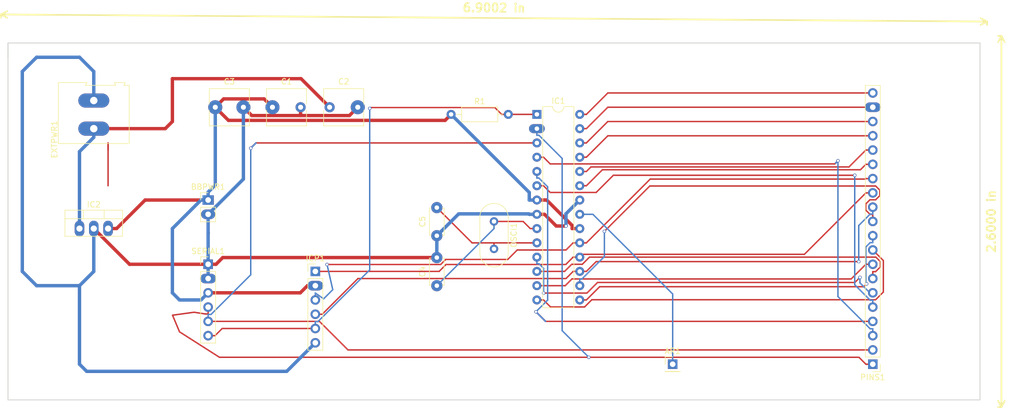
<source format=kicad_pcb>
(kicad_pcb (version 4) (host pcbnew 4.0.7)

  (general
    (links 55)
    (no_connects 0)
    (area 66.04 89.605 250.34 160.020001)
    (thickness 1.6)
    (drawings 8)
    (tracks 314)
    (zones 0)
    (modules 15)
    (nets 28)
  )

  (page A4)
  (layers
    (0 F.Cu signal)
    (31 B.Cu signal)
    (32 B.Adhes user)
    (33 F.Adhes user)
    (34 B.Paste user)
    (35 F.Paste user)
    (36 B.SilkS user)
    (37 F.SilkS user)
    (38 B.Mask user)
    (39 F.Mask user)
    (40 Dwgs.User user)
    (41 Cmts.User user)
    (42 Eco1.User user)
    (43 Eco2.User user)
    (44 Edge.Cuts user)
    (45 Margin user)
    (46 B.CrtYd user)
    (47 F.CrtYd user)
    (48 B.Fab user)
    (49 F.Fab user)
  )

  (setup
    (last_trace_width 0.25)
    (trace_clearance 0.25)
    (zone_clearance 0.508)
    (zone_45_only no)
    (trace_min 0.25)
    (segment_width 0.2)
    (edge_width 0.15)
    (via_size 0.6)
    (via_drill 0.4)
    (via_min_size 0.4)
    (via_min_drill 0.3)
    (uvia_size 0.3)
    (uvia_drill 0.1)
    (uvias_allowed no)
    (uvia_min_size 0.2)
    (uvia_min_drill 0.1)
    (pcb_text_width 0.3)
    (pcb_text_size 1.5 1.5)
    (mod_edge_width 0.15)
    (mod_text_size 1 1)
    (mod_text_width 0.15)
    (pad_size 2.8 1.7)
    (pad_drill 1)
    (pad_to_mask_clearance 0.2)
    (aux_axis_origin 0 0)
    (visible_elements 7FFFFFFF)
    (pcbplotparams
      (layerselection 0x03020_80000001)
      (usegerberextensions false)
      (excludeedgelayer true)
      (linewidth 0.100000)
      (plotframeref false)
      (viasonmask false)
      (mode 1)
      (useauxorigin false)
      (hpglpennumber 1)
      (hpglpenspeed 20)
      (hpglpendiameter 15)
      (hpglpenoverlay 2)
      (psnegative false)
      (psa4output false)
      (plotreference true)
      (plotvalue true)
      (plotinvisibletext false)
      (padsonsilk false)
      (subtractmaskfromsilk false)
      (outputformat 1)
      (mirror false)
      (drillshape 0)
      (scaleselection 1)
      (outputdirectory C:/Users/vijay/Downloads/SCREENING/GERBER4/))
  )

  (net 0 "")
  (net 1 /AREF)
  (net 2 +5V)
  (net 3 GND)
  (net 4 +BATT)
  (net 5 "Net-(C4-Pad1)")
  (net 6 "Net-(C5-Pad2)")
  (net 7 /RESET)
  (net 8 /D9)
  (net 9 /D0)
  (net 10 /D10)
  (net 11 /D1)
  (net 12 /D11)
  (net 13 /D2)
  (net 14 /D12)
  (net 15 /D3)
  (net 16 /D13)
  (net 17 /D4)
  (net 18 /A0)
  (net 19 /A1)
  (net 20 /D5)
  (net 21 /A2)
  (net 22 /D6)
  (net 23 /A3)
  (net 24 /D7)
  (net 25 /A4)
  (net 26 /D8)
  (net 27 /A5)

  (net_class Default "This is the default net class."
    (clearance 0.25)
    (trace_width 0.25)
    (via_dia 0.6)
    (via_drill 0.4)
    (uvia_dia 0.3)
    (uvia_drill 0.1)
    (add_net /A0)
    (add_net /A1)
    (add_net /A2)
    (add_net /A3)
    (add_net /A4)
    (add_net /A5)
    (add_net /AREF)
    (add_net /D0)
    (add_net /D1)
    (add_net /D10)
    (add_net /D11)
    (add_net /D12)
    (add_net /D13)
    (add_net /D2)
    (add_net /D3)
    (add_net /D4)
    (add_net /D5)
    (add_net /D6)
    (add_net /D7)
    (add_net /D8)
    (add_net /D9)
    (add_net /RESET)
    (add_net "Net-(C4-Pad1)")
    (add_net "Net-(C5-Pad2)")
  )

  (net_class Power ""
    (clearance 0.25)
    (trace_width 0.6)
    (via_dia 0.6)
    (via_drill 0.4)
    (uvia_dia 0.3)
    (uvia_drill 0.1)
    (add_net +5V)
    (add_net +BATT)
    (add_net GND)
  )

  (module Pin_Headers:Pin_Header_Straight_1x01_Pitch2.54mm (layer F.Cu) (tedit 59650532) (tstamp 68357717)
    (at 185.42 152.4)
    (descr "Through hole straight pin header, 1x01, 2.54mm pitch, single row")
    (tags "Through hole pin header THT 1x01 2.54mm single row")
    (path /6834920B)
    (fp_text reference AR1 (at 0 -2.33) (layer F.SilkS)
      (effects (font (size 1 1) (thickness 0.15)))
    )
    (fp_text value Conn_01x01_Female (at 0 2.33) (layer F.Fab)
      (effects (font (size 1 1) (thickness 0.15)))
    )
    (fp_line (start -0.635 -1.27) (end 1.27 -1.27) (layer F.Fab) (width 0.1))
    (fp_line (start 1.27 -1.27) (end 1.27 1.27) (layer F.Fab) (width 0.1))
    (fp_line (start 1.27 1.27) (end -1.27 1.27) (layer F.Fab) (width 0.1))
    (fp_line (start -1.27 1.27) (end -1.27 -0.635) (layer F.Fab) (width 0.1))
    (fp_line (start -1.27 -0.635) (end -0.635 -1.27) (layer F.Fab) (width 0.1))
    (fp_line (start -1.33 1.33) (end 1.33 1.33) (layer F.SilkS) (width 0.12))
    (fp_line (start -1.33 1.27) (end -1.33 1.33) (layer F.SilkS) (width 0.12))
    (fp_line (start 1.33 1.27) (end 1.33 1.33) (layer F.SilkS) (width 0.12))
    (fp_line (start -1.33 1.27) (end 1.33 1.27) (layer F.SilkS) (width 0.12))
    (fp_line (start -1.33 0) (end -1.33 -1.33) (layer F.SilkS) (width 0.12))
    (fp_line (start -1.33 -1.33) (end 0 -1.33) (layer F.SilkS) (width 0.12))
    (fp_line (start -1.8 -1.8) (end -1.8 1.8) (layer F.CrtYd) (width 0.05))
    (fp_line (start -1.8 1.8) (end 1.8 1.8) (layer F.CrtYd) (width 0.05))
    (fp_line (start 1.8 1.8) (end 1.8 -1.8) (layer F.CrtYd) (width 0.05))
    (fp_line (start 1.8 -1.8) (end -1.8 -1.8) (layer F.CrtYd) (width 0.05))
    (fp_text user %R (at 0 0 90) (layer F.Fab)
      (effects (font (size 1 1) (thickness 0.15)))
    )
    (pad 1 thru_hole rect (at 0 0) (size 1.7 1.7) (drill 1) (layers *.Cu *.Mask)
      (net 1 /AREF))
    (model ${KISYS3DMOD}/Pin_Headers.3dshapes/Pin_Header_Straight_1x01_Pitch2.54mm.wrl
      (at (xyz 0 0 0))
      (scale (xyz 1 1 1))
      (rotate (xyz 0 0 0))
    )
  )

  (module Pin_Headers:Pin_Header_Straight_1x02_Pitch2.54mm (layer F.Cu) (tedit 68370FDB) (tstamp 6835772D)
    (at 102.87 123.19)
    (descr "Through hole straight pin header, 1x02, 2.54mm pitch, single row")
    (tags "Through hole pin header THT 1x02 2.54mm single row")
    (path /68343CB1)
    (fp_text reference BBPWR1 (at 0 -2.33) (layer F.SilkS)
      (effects (font (size 1 1) (thickness 0.15)))
    )
    (fp_text value Conn_01x02 (at 0 4.87) (layer F.Fab)
      (effects (font (size 1 1) (thickness 0.15)))
    )
    (fp_line (start -0.635 -1.27) (end 1.27 -1.27) (layer F.Fab) (width 0.1))
    (fp_line (start 1.27 -1.27) (end 1.27 3.81) (layer F.Fab) (width 0.1))
    (fp_line (start 1.27 3.81) (end -1.27 3.81) (layer F.Fab) (width 0.1))
    (fp_line (start -1.27 3.81) (end -1.27 -0.635) (layer F.Fab) (width 0.1))
    (fp_line (start -1.27 -0.635) (end -0.635 -1.27) (layer F.Fab) (width 0.1))
    (fp_line (start -1.33 3.87) (end 1.33 3.87) (layer F.SilkS) (width 0.12))
    (fp_line (start -1.33 1.27) (end -1.33 3.87) (layer F.SilkS) (width 0.12))
    (fp_line (start 1.33 1.27) (end 1.33 3.87) (layer F.SilkS) (width 0.12))
    (fp_line (start -1.33 1.27) (end 1.33 1.27) (layer F.SilkS) (width 0.12))
    (fp_line (start -1.33 0) (end -1.33 -1.33) (layer F.SilkS) (width 0.12))
    (fp_line (start -1.33 -1.33) (end 0 -1.33) (layer F.SilkS) (width 0.12))
    (fp_line (start -1.8 -1.8) (end -1.8 4.35) (layer F.CrtYd) (width 0.05))
    (fp_line (start -1.8 4.35) (end 1.8 4.35) (layer F.CrtYd) (width 0.05))
    (fp_line (start 1.8 4.35) (end 1.8 -1.8) (layer F.CrtYd) (width 0.05))
    (fp_line (start 1.8 -1.8) (end -1.8 -1.8) (layer F.CrtYd) (width 0.05))
    (fp_text user %R (at 0 1.27 90) (layer F.Fab)
      (effects (font (size 1 1) (thickness 0.15)))
    )
    (pad 1 thru_hole rect (at 0 0) (size 2 1.7) (drill 1) (layers *.Cu *.Mask)
      (net 2 +5V))
    (pad 2 thru_hole oval (at 0 2.54) (size 2.5 1.7) (drill 1) (layers *.Cu *.Mask)
      (net 3 GND))
    (model ${KISYS3DMOD}/Pin_Headers.3dshapes/Pin_Header_Straight_1x02_Pitch2.54mm.wrl
      (at (xyz 0 0 0))
      (scale (xyz 1 1 1))
      (rotate (xyz 0 0 0))
    )
  )

  (module Capacitors_THT:C_Rect_L7.0mm_W6.5mm_P5.00mm (layer F.Cu) (tedit 68370EF8) (tstamp 68357742)
    (at 114.3 106.68)
    (descr "C, Rect series, Radial, pin pitch=5.00mm, , length*width=7*6.5mm^2, Capacitor")
    (tags "C Rect series Radial pin pitch 5.00mm  length 7mm width 6.5mm Capacitor")
    (path /683419D6)
    (fp_text reference C1 (at 2.5 -4.56) (layer F.SilkS)
      (effects (font (size 1 1) (thickness 0.15)))
    )
    (fp_text value 0.1u (at 2.5 4.56) (layer F.Fab)
      (effects (font (size 1 1) (thickness 0.15)))
    )
    (fp_line (start -1 -3.25) (end -1 3.25) (layer F.Fab) (width 0.1))
    (fp_line (start -1 3.25) (end 6 3.25) (layer F.Fab) (width 0.1))
    (fp_line (start 6 3.25) (end 6 -3.25) (layer F.Fab) (width 0.1))
    (fp_line (start 6 -3.25) (end -1 -3.25) (layer F.Fab) (width 0.1))
    (fp_line (start -1.06 -3.31) (end 6.06 -3.31) (layer F.SilkS) (width 0.12))
    (fp_line (start -1.06 3.31) (end 6.06 3.31) (layer F.SilkS) (width 0.12))
    (fp_line (start -1.06 -3.31) (end -1.06 -0.555) (layer F.SilkS) (width 0.12))
    (fp_line (start -1.06 0.555) (end -1.06 3.31) (layer F.SilkS) (width 0.12))
    (fp_line (start 6.06 -3.31) (end 6.06 -0.555) (layer F.SilkS) (width 0.12))
    (fp_line (start 6.06 0.555) (end 6.06 3.31) (layer F.SilkS) (width 0.12))
    (fp_line (start -1.35 -3.6) (end -1.35 3.6) (layer F.CrtYd) (width 0.05))
    (fp_line (start -1.35 3.6) (end 6.35 3.6) (layer F.CrtYd) (width 0.05))
    (fp_line (start 6.35 3.6) (end 6.35 -3.6) (layer F.CrtYd) (width 0.05))
    (fp_line (start 6.35 -3.6) (end -1.35 -3.6) (layer F.CrtYd) (width 0.05))
    (fp_text user %R (at 2.5 0) (layer F.Fab)
      (effects (font (size 1 1) (thickness 0.15)))
    )
    (pad 1 thru_hole circle (at 0 0) (size 2.5 2.5) (drill oval 0.9) (layers *.Cu *.Mask)
      (net 2 +5V))
    (pad 2 thru_hole circle (at 5 0) (size 1.8 1.8) (drill oval 0.9) (layers *.Cu *.Mask)
      (net 3 GND))
    (model ${KISYS3DMOD}/Capacitors_THT.3dshapes/C_Rect_L7.0mm_W6.5mm_P5.00mm.wrl
      (at (xyz 0 0 0))
      (scale (xyz 1 1 1))
      (rotate (xyz 0 0 0))
    )
  )

  (module Capacitors_THT:C_Rect_L7.0mm_W6.5mm_P5.00mm (layer F.Cu) (tedit 68370F15) (tstamp 68357757)
    (at 124.46 106.68)
    (descr "C, Rect series, Radial, pin pitch=5.00mm, , length*width=7*6.5mm^2, Capacitor")
    (tags "C Rect series Radial pin pitch 5.00mm  length 7mm width 6.5mm Capacitor")
    (path /683419A9)
    (fp_text reference C2 (at 2.5 -4.56) (layer F.SilkS)
      (effects (font (size 1 1) (thickness 0.15)))
    )
    (fp_text value 0.33u (at 2.5 4.56) (layer F.Fab)
      (effects (font (size 1 1) (thickness 0.15)))
    )
    (fp_line (start -1 -3.25) (end -1 3.25) (layer F.Fab) (width 0.1))
    (fp_line (start -1 3.25) (end 6 3.25) (layer F.Fab) (width 0.1))
    (fp_line (start 6 3.25) (end 6 -3.25) (layer F.Fab) (width 0.1))
    (fp_line (start 6 -3.25) (end -1 -3.25) (layer F.Fab) (width 0.1))
    (fp_line (start -1.06 -3.31) (end 6.06 -3.31) (layer F.SilkS) (width 0.12))
    (fp_line (start -1.06 3.31) (end 6.06 3.31) (layer F.SilkS) (width 0.12))
    (fp_line (start -1.06 -3.31) (end -1.06 -0.555) (layer F.SilkS) (width 0.12))
    (fp_line (start -1.06 0.555) (end -1.06 3.31) (layer F.SilkS) (width 0.12))
    (fp_line (start 6.06 -3.31) (end 6.06 -0.555) (layer F.SilkS) (width 0.12))
    (fp_line (start 6.06 0.555) (end 6.06 3.31) (layer F.SilkS) (width 0.12))
    (fp_line (start -1.35 -3.6) (end -1.35 3.6) (layer F.CrtYd) (width 0.05))
    (fp_line (start -1.35 3.6) (end 6.35 3.6) (layer F.CrtYd) (width 0.05))
    (fp_line (start 6.35 3.6) (end 6.35 -3.6) (layer F.CrtYd) (width 0.05))
    (fp_line (start 6.35 -3.6) (end -1.35 -3.6) (layer F.CrtYd) (width 0.05))
    (fp_text user %R (at 2.5 0) (layer F.Fab)
      (effects (font (size 1 1) (thickness 0.15)))
    )
    (pad 1 thru_hole circle (at 0 0) (size 1.8 1.8) (drill oval 0.9) (layers *.Cu *.Mask)
      (net 4 +BATT))
    (pad 2 thru_hole circle (at 5 0) (size 2.5 2.5) (drill oval 0.9) (layers *.Cu *.Mask)
      (net 3 GND))
    (model ${KISYS3DMOD}/Capacitors_THT.3dshapes/C_Rect_L7.0mm_W6.5mm_P5.00mm.wrl
      (at (xyz 0 0 0))
      (scale (xyz 1 1 1))
      (rotate (xyz 0 0 0))
    )
  )

  (module Capacitors_THT:C_Rect_L7.0mm_W6.5mm_P5.00mm (layer F.Cu) (tedit 68370EF0) (tstamp 6835776C)
    (at 104.14 106.68)
    (descr "C, Rect series, Radial, pin pitch=5.00mm, , length*width=7*6.5mm^2, Capacitor")
    (tags "C Rect series Radial pin pitch 5.00mm  length 7mm width 6.5mm Capacitor")
    (path /68341941)
    (fp_text reference C3 (at 2.5 -4.56) (layer F.SilkS)
      (effects (font (size 1 1) (thickness 0.15)))
    )
    (fp_text value 0.1u (at 2.5 4.56) (layer F.Fab)
      (effects (font (size 1 1) (thickness 0.15)))
    )
    (fp_line (start -1 -3.25) (end -1 3.25) (layer F.Fab) (width 0.1))
    (fp_line (start -1 3.25) (end 6 3.25) (layer F.Fab) (width 0.1))
    (fp_line (start 6 3.25) (end 6 -3.25) (layer F.Fab) (width 0.1))
    (fp_line (start 6 -3.25) (end -1 -3.25) (layer F.Fab) (width 0.1))
    (fp_line (start -1.06 -3.31) (end 6.06 -3.31) (layer F.SilkS) (width 0.12))
    (fp_line (start -1.06 3.31) (end 6.06 3.31) (layer F.SilkS) (width 0.12))
    (fp_line (start -1.06 -3.31) (end -1.06 -0.555) (layer F.SilkS) (width 0.12))
    (fp_line (start -1.06 0.555) (end -1.06 3.31) (layer F.SilkS) (width 0.12))
    (fp_line (start 6.06 -3.31) (end 6.06 -0.555) (layer F.SilkS) (width 0.12))
    (fp_line (start 6.06 0.555) (end 6.06 3.31) (layer F.SilkS) (width 0.12))
    (fp_line (start -1.35 -3.6) (end -1.35 3.6) (layer F.CrtYd) (width 0.05))
    (fp_line (start -1.35 3.6) (end 6.35 3.6) (layer F.CrtYd) (width 0.05))
    (fp_line (start 6.35 3.6) (end 6.35 -3.6) (layer F.CrtYd) (width 0.05))
    (fp_line (start 6.35 -3.6) (end -1.35 -3.6) (layer F.CrtYd) (width 0.05))
    (fp_text user %R (at 2.5 0) (layer F.Fab)
      (effects (font (size 1 1) (thickness 0.15)))
    )
    (pad 1 thru_hole circle (at 0 0) (size 2.5 2.5) (drill oval 0.9) (layers *.Cu *.Mask)
      (net 2 +5V))
    (pad 2 thru_hole circle (at 5 0) (size 2.5 2.5) (drill oval 0.9) (layers *.Cu *.Mask)
      (net 3 GND))
    (model ${KISYS3DMOD}/Capacitors_THT.3dshapes/C_Rect_L7.0mm_W6.5mm_P5.00mm.wrl
      (at (xyz 0 0 0))
      (scale (xyz 1 1 1))
      (rotate (xyz 0 0 0))
    )
  )

  (module Capacitors_THT:C_Disc_D4.7mm_W2.5mm_P5.00mm (layer F.Cu) (tedit 68370F60) (tstamp 68357781)
    (at 143.51 138.43 90)
    (descr "C, Disc series, Radial, pin pitch=5.00mm, , diameter*width=4.7*2.5mm^2, Capacitor, http://www.vishay.com/docs/45233/krseries.pdf")
    (tags "C Disc series Radial pin pitch 5.00mm  diameter 4.7mm width 2.5mm Capacitor")
    (path /6834317E)
    (fp_text reference C4 (at 2.5 -2.56 90) (layer F.SilkS)
      (effects (font (size 1 1) (thickness 0.15)))
    )
    (fp_text value 22p (at 2.5 2.56 90) (layer F.Fab)
      (effects (font (size 1 1) (thickness 0.15)))
    )
    (fp_line (start 0.15 -1.25) (end 0.15 1.25) (layer F.Fab) (width 0.1))
    (fp_line (start 0.15 1.25) (end 4.85 1.25) (layer F.Fab) (width 0.1))
    (fp_line (start 4.85 1.25) (end 4.85 -1.25) (layer F.Fab) (width 0.1))
    (fp_line (start 4.85 -1.25) (end 0.15 -1.25) (layer F.Fab) (width 0.1))
    (fp_line (start 0.09 -1.31) (end 4.91 -1.31) (layer F.SilkS) (width 0.12))
    (fp_line (start 0.09 1.31) (end 4.91 1.31) (layer F.SilkS) (width 0.12))
    (fp_line (start 0.09 -1.31) (end 0.09 -0.996) (layer F.SilkS) (width 0.12))
    (fp_line (start 0.09 0.996) (end 0.09 1.31) (layer F.SilkS) (width 0.12))
    (fp_line (start 4.91 -1.31) (end 4.91 -0.996) (layer F.SilkS) (width 0.12))
    (fp_line (start 4.91 0.996) (end 4.91 1.31) (layer F.SilkS) (width 0.12))
    (fp_line (start -1.05 -1.6) (end -1.05 1.6) (layer F.CrtYd) (width 0.05))
    (fp_line (start -1.05 1.6) (end 6.05 1.6) (layer F.CrtYd) (width 0.05))
    (fp_line (start 6.05 1.6) (end 6.05 -1.6) (layer F.CrtYd) (width 0.05))
    (fp_line (start 6.05 -1.6) (end -1.05 -1.6) (layer F.CrtYd) (width 0.05))
    (fp_text user %R (at 2.5 0 90) (layer F.Fab)
      (effects (font (size 1 1) (thickness 0.15)))
    )
    (pad 1 thru_hole circle (at 0 0 90) (size 2 2) (drill 0.8) (layers *.Cu *.Mask)
      (net 5 "Net-(C4-Pad1)"))
    (pad 2 thru_hole circle (at 5 0 90) (size 2 2) (drill 0.8) (layers *.Cu *.Mask)
      (net 3 GND))
    (model ${KISYS3DMOD}/Capacitors_THT.3dshapes/C_Disc_D4.7mm_W2.5mm_P5.00mm.wrl
      (at (xyz 0 0 0))
      (scale (xyz 1 1 1))
      (rotate (xyz 0 0 0))
    )
  )

  (module Capacitors_THT:C_Disc_D4.7mm_W2.5mm_P5.00mm (layer F.Cu) (tedit 68370F48) (tstamp 68357796)
    (at 143.51 129.54 90)
    (descr "C, Disc series, Radial, pin pitch=5.00mm, , diameter*width=4.7*2.5mm^2, Capacitor, http://www.vishay.com/docs/45233/krseries.pdf")
    (tags "C Disc series Radial pin pitch 5.00mm  diameter 4.7mm width 2.5mm Capacitor")
    (path /683432A0)
    (fp_text reference C5 (at 2.5 -2.56 90) (layer F.SilkS)
      (effects (font (size 1 1) (thickness 0.15)))
    )
    (fp_text value 22p (at 2.5 2.56 90) (layer F.Fab)
      (effects (font (size 1 1) (thickness 0.15)))
    )
    (fp_line (start 0.15 -1.25) (end 0.15 1.25) (layer F.Fab) (width 0.1))
    (fp_line (start 0.15 1.25) (end 4.85 1.25) (layer F.Fab) (width 0.1))
    (fp_line (start 4.85 1.25) (end 4.85 -1.25) (layer F.Fab) (width 0.1))
    (fp_line (start 4.85 -1.25) (end 0.15 -1.25) (layer F.Fab) (width 0.1))
    (fp_line (start 0.09 -1.31) (end 4.91 -1.31) (layer F.SilkS) (width 0.12))
    (fp_line (start 0.09 1.31) (end 4.91 1.31) (layer F.SilkS) (width 0.12))
    (fp_line (start 0.09 -1.31) (end 0.09 -0.996) (layer F.SilkS) (width 0.12))
    (fp_line (start 0.09 0.996) (end 0.09 1.31) (layer F.SilkS) (width 0.12))
    (fp_line (start 4.91 -1.31) (end 4.91 -0.996) (layer F.SilkS) (width 0.12))
    (fp_line (start 4.91 0.996) (end 4.91 1.31) (layer F.SilkS) (width 0.12))
    (fp_line (start -1.05 -1.6) (end -1.05 1.6) (layer F.CrtYd) (width 0.05))
    (fp_line (start -1.05 1.6) (end 6.05 1.6) (layer F.CrtYd) (width 0.05))
    (fp_line (start 6.05 1.6) (end 6.05 -1.6) (layer F.CrtYd) (width 0.05))
    (fp_line (start 6.05 -1.6) (end -1.05 -1.6) (layer F.CrtYd) (width 0.05))
    (fp_text user %R (at 2.5 0 90) (layer F.Fab)
      (effects (font (size 1 1) (thickness 0.15)))
    )
    (pad 1 thru_hole circle (at 0 0 90) (size 2 2) (drill 0.8) (layers *.Cu *.Mask)
      (net 3 GND))
    (pad 2 thru_hole circle (at 5 0 90) (size 2 2) (drill 0.8) (layers *.Cu *.Mask)
      (net 6 "Net-(C5-Pad2)"))
    (model ${KISYS3DMOD}/Capacitors_THT.3dshapes/C_Disc_D4.7mm_W2.5mm_P5.00mm.wrl
      (at (xyz 0 0 0))
      (scale (xyz 1 1 1))
      (rotate (xyz 0 0 0))
    )
  )

  (module Connectors_Terminal_Blocks:TerminalBlock_Altech_AK300-2_P5.00mm (layer F.Cu) (tedit 68370E61) (tstamp 683577FD)
    (at 82.55 110.49 90)
    (descr "Altech AK300 terminal block, pitch 5.0mm, 45 degree angled, see http://www.mouser.com/ds/2/16/PCBMETRC-24178.pdf")
    (tags "Altech AK300 terminal block pitch 5.0mm")
    (path /68349F57)
    (fp_text reference EXTPWR1 (at -1.92 -6.99 90) (layer F.SilkS)
      (effects (font (size 1 1) (thickness 0.15)))
    )
    (fp_text value Screw_Terminal_01x02 (at 2.78 7.75 90) (layer F.Fab)
      (effects (font (size 1 1) (thickness 0.15)))
    )
    (fp_text user %R (at 2.5 -2 90) (layer F.Fab)
      (effects (font (size 1 1) (thickness 0.15)))
    )
    (fp_line (start -2.65 -6.3) (end -2.65 6.3) (layer F.SilkS) (width 0.12))
    (fp_line (start -2.65 6.3) (end 7.7 6.3) (layer F.SilkS) (width 0.12))
    (fp_line (start 7.7 6.3) (end 7.7 5.35) (layer F.SilkS) (width 0.12))
    (fp_line (start 7.7 5.35) (end 8.2 5.6) (layer F.SilkS) (width 0.12))
    (fp_line (start 8.2 5.6) (end 8.2 3.7) (layer F.SilkS) (width 0.12))
    (fp_line (start 8.2 3.7) (end 8.2 3.65) (layer F.SilkS) (width 0.12))
    (fp_line (start 8.2 3.65) (end 7.7 3.9) (layer F.SilkS) (width 0.12))
    (fp_line (start 7.7 3.9) (end 7.7 -1.5) (layer F.SilkS) (width 0.12))
    (fp_line (start 7.7 -1.5) (end 8.2 -1.2) (layer F.SilkS) (width 0.12))
    (fp_line (start 8.2 -1.2) (end 8.2 -6.3) (layer F.SilkS) (width 0.12))
    (fp_line (start 8.2 -6.3) (end -2.65 -6.3) (layer F.SilkS) (width 0.12))
    (fp_line (start -1.26 2.54) (end 1.28 2.54) (layer F.Fab) (width 0.1))
    (fp_line (start 1.28 2.54) (end 1.28 -0.25) (layer F.Fab) (width 0.1))
    (fp_line (start -1.26 -0.25) (end 1.28 -0.25) (layer F.Fab) (width 0.1))
    (fp_line (start -1.26 2.54) (end -1.26 -0.25) (layer F.Fab) (width 0.1))
    (fp_line (start 3.74 2.54) (end 6.28 2.54) (layer F.Fab) (width 0.1))
    (fp_line (start 6.28 2.54) (end 6.28 -0.25) (layer F.Fab) (width 0.1))
    (fp_line (start 3.74 -0.25) (end 6.28 -0.25) (layer F.Fab) (width 0.1))
    (fp_line (start 3.74 2.54) (end 3.74 -0.25) (layer F.Fab) (width 0.1))
    (fp_line (start 7.61 -6.22) (end 7.61 -3.17) (layer F.Fab) (width 0.1))
    (fp_line (start 7.61 -6.22) (end -2.58 -6.22) (layer F.Fab) (width 0.1))
    (fp_line (start 7.61 -6.22) (end 8.11 -6.22) (layer F.Fab) (width 0.1))
    (fp_line (start 8.11 -6.22) (end 8.11 -1.4) (layer F.Fab) (width 0.1))
    (fp_line (start 8.11 -1.4) (end 7.61 -1.65) (layer F.Fab) (width 0.1))
    (fp_line (start 8.11 5.46) (end 7.61 5.21) (layer F.Fab) (width 0.1))
    (fp_line (start 7.61 5.21) (end 7.61 6.22) (layer F.Fab) (width 0.1))
    (fp_line (start 8.11 3.81) (end 7.61 4.06) (layer F.Fab) (width 0.1))
    (fp_line (start 7.61 4.06) (end 7.61 5.21) (layer F.Fab) (width 0.1))
    (fp_line (start 8.11 3.81) (end 8.11 5.46) (layer F.Fab) (width 0.1))
    (fp_line (start 2.98 6.22) (end 2.98 4.32) (layer F.Fab) (width 0.1))
    (fp_line (start 7.05 -0.25) (end 7.05 4.32) (layer F.Fab) (width 0.1))
    (fp_line (start 2.98 6.22) (end 7.05 6.22) (layer F.Fab) (width 0.1))
    (fp_line (start 7.05 6.22) (end 7.61 6.22) (layer F.Fab) (width 0.1))
    (fp_line (start 2.04 6.22) (end 2.04 4.32) (layer F.Fab) (width 0.1))
    (fp_line (start 2.04 6.22) (end 2.98 6.22) (layer F.Fab) (width 0.1))
    (fp_line (start -2.02 -0.25) (end -2.02 4.32) (layer F.Fab) (width 0.1))
    (fp_line (start -2.58 6.22) (end -2.02 6.22) (layer F.Fab) (width 0.1))
    (fp_line (start -2.02 6.22) (end 2.04 6.22) (layer F.Fab) (width 0.1))
    (fp_line (start 2.98 4.32) (end 7.05 4.32) (layer F.Fab) (width 0.1))
    (fp_line (start 2.98 4.32) (end 2.98 -0.25) (layer F.Fab) (width 0.1))
    (fp_line (start 7.05 4.32) (end 7.05 6.22) (layer F.Fab) (width 0.1))
    (fp_line (start 2.04 4.32) (end -2.02 4.32) (layer F.Fab) (width 0.1))
    (fp_line (start 2.04 4.32) (end 2.04 -0.25) (layer F.Fab) (width 0.1))
    (fp_line (start -2.02 4.32) (end -2.02 6.22) (layer F.Fab) (width 0.1))
    (fp_line (start 6.67 3.68) (end 6.67 0.51) (layer F.Fab) (width 0.1))
    (fp_line (start 6.67 3.68) (end 3.36 3.68) (layer F.Fab) (width 0.1))
    (fp_line (start 3.36 3.68) (end 3.36 0.51) (layer F.Fab) (width 0.1))
    (fp_line (start 1.66 3.68) (end 1.66 0.51) (layer F.Fab) (width 0.1))
    (fp_line (start 1.66 3.68) (end -1.64 3.68) (layer F.Fab) (width 0.1))
    (fp_line (start -1.64 3.68) (end -1.64 0.51) (layer F.Fab) (width 0.1))
    (fp_line (start -1.64 0.51) (end -1.26 0.51) (layer F.Fab) (width 0.1))
    (fp_line (start 1.66 0.51) (end 1.28 0.51) (layer F.Fab) (width 0.1))
    (fp_line (start 3.36 0.51) (end 3.74 0.51) (layer F.Fab) (width 0.1))
    (fp_line (start 6.67 0.51) (end 6.28 0.51) (layer F.Fab) (width 0.1))
    (fp_line (start -2.58 6.22) (end -2.58 -0.64) (layer F.Fab) (width 0.1))
    (fp_line (start -2.58 -0.64) (end -2.58 -3.17) (layer F.Fab) (width 0.1))
    (fp_line (start 7.61 -1.65) (end 7.61 -0.64) (layer F.Fab) (width 0.1))
    (fp_line (start 7.61 -0.64) (end 7.61 4.06) (layer F.Fab) (width 0.1))
    (fp_line (start -2.58 -3.17) (end 7.61 -3.17) (layer F.Fab) (width 0.1))
    (fp_line (start -2.58 -3.17) (end -2.58 -6.22) (layer F.Fab) (width 0.1))
    (fp_line (start 7.61 -3.17) (end 7.61 -1.65) (layer F.Fab) (width 0.1))
    (fp_line (start 2.98 -3.43) (end 2.98 -5.97) (layer F.Fab) (width 0.1))
    (fp_line (start 2.98 -5.97) (end 7.05 -5.97) (layer F.Fab) (width 0.1))
    (fp_line (start 7.05 -5.97) (end 7.05 -3.43) (layer F.Fab) (width 0.1))
    (fp_line (start 7.05 -3.43) (end 2.98 -3.43) (layer F.Fab) (width 0.1))
    (fp_line (start 2.04 -3.43) (end 2.04 -5.97) (layer F.Fab) (width 0.1))
    (fp_line (start 2.04 -3.43) (end -2.02 -3.43) (layer F.Fab) (width 0.1))
    (fp_line (start -2.02 -3.43) (end -2.02 -5.97) (layer F.Fab) (width 0.1))
    (fp_line (start 2.04 -5.97) (end -2.02 -5.97) (layer F.Fab) (width 0.1))
    (fp_line (start 3.39 -4.45) (end 6.44 -5.08) (layer F.Fab) (width 0.1))
    (fp_line (start 3.52 -4.32) (end 6.56 -4.95) (layer F.Fab) (width 0.1))
    (fp_line (start -1.62 -4.45) (end 1.44 -5.08) (layer F.Fab) (width 0.1))
    (fp_line (start -1.49 -4.32) (end 1.56 -4.95) (layer F.Fab) (width 0.1))
    (fp_line (start -2.02 -0.25) (end -1.64 -0.25) (layer F.Fab) (width 0.1))
    (fp_line (start 2.04 -0.25) (end 1.66 -0.25) (layer F.Fab) (width 0.1))
    (fp_line (start 1.66 -0.25) (end -1.64 -0.25) (layer F.Fab) (width 0.1))
    (fp_line (start -2.58 -0.64) (end -1.64 -0.64) (layer F.Fab) (width 0.1))
    (fp_line (start -1.64 -0.64) (end 1.66 -0.64) (layer F.Fab) (width 0.1))
    (fp_line (start 1.66 -0.64) (end 3.36 -0.64) (layer F.Fab) (width 0.1))
    (fp_line (start 7.61 -0.64) (end 6.67 -0.64) (layer F.Fab) (width 0.1))
    (fp_line (start 6.67 -0.64) (end 3.36 -0.64) (layer F.Fab) (width 0.1))
    (fp_line (start 7.05 -0.25) (end 6.67 -0.25) (layer F.Fab) (width 0.1))
    (fp_line (start 2.98 -0.25) (end 3.36 -0.25) (layer F.Fab) (width 0.1))
    (fp_line (start 3.36 -0.25) (end 6.67 -0.25) (layer F.Fab) (width 0.1))
    (fp_line (start -2.83 -6.47) (end 8.36 -6.47) (layer F.CrtYd) (width 0.05))
    (fp_line (start -2.83 -6.47) (end -2.83 6.47) (layer F.CrtYd) (width 0.05))
    (fp_line (start 8.36 6.47) (end 8.36 -6.47) (layer F.CrtYd) (width 0.05))
    (fp_line (start 8.36 6.47) (end -2.83 6.47) (layer F.CrtYd) (width 0.05))
    (fp_arc (start 6.03 -4.59) (end 6.54 -5.05) (angle 90.5) (layer F.Fab) (width 0.1))
    (fp_arc (start 5.07 -6.07) (end 6.53 -4.12) (angle 75.5) (layer F.Fab) (width 0.1))
    (fp_arc (start 4.99 -3.71) (end 3.39 -5) (angle 100) (layer F.Fab) (width 0.1))
    (fp_arc (start 3.87 -4.65) (end 3.58 -4.13) (angle 104.2) (layer F.Fab) (width 0.1))
    (fp_arc (start 1.03 -4.59) (end 1.53 -5.05) (angle 90.5) (layer F.Fab) (width 0.1))
    (fp_arc (start 0.06 -6.07) (end 1.53 -4.12) (angle 75.5) (layer F.Fab) (width 0.1))
    (fp_arc (start -0.01 -3.71) (end -1.62 -5) (angle 100) (layer F.Fab) (width 0.1))
    (fp_arc (start -1.13 -4.65) (end -1.42 -4.13) (angle 104.2) (layer F.Fab) (width 0.1))
    (pad 1 thru_hole oval (at 0 0 90) (size 2.5 5.5) (drill 1.32) (layers *.Cu *.Mask)
      (net 4 +BATT))
    (pad 2 thru_hole oval (at 5 0 90) (size 2.5 5.5) (drill 1.32) (layers *.Cu *.Mask)
      (net 3 GND))
    (model ${KISYS3DMOD}/TerminalBlock.3dshapes/TerminalBlock_Altech_AK300-2_P5.00mm.wrl
      (at (xyz 0 0 0))
      (scale (xyz 1 1 1))
      (rotate (xyz 0 0 0))
    )
  )

  (module Housings_DIP:DIP-28_W7.62mm (layer F.Cu) (tedit 68370F7D) (tstamp 6835782D)
    (at 161.29 107.95)
    (descr "28-lead dip package, row spacing 7.62 mm (300 mils)")
    (tags "DIL DIP PDIP 2.54mm 7.62mm 300mil")
    (path /68334C73)
    (fp_text reference IC1 (at 3.81 -2.39) (layer F.SilkS)
      (effects (font (size 1 1) (thickness 0.15)))
    )
    (fp_text value ATMEGA328P-PU (at 3.81 35.41) (layer F.Fab)
      (effects (font (size 1 1) (thickness 0.15)))
    )
    (fp_text user %R (at 3.81 16.51) (layer F.Fab)
      (effects (font (size 1 1) (thickness 0.15)))
    )
    (fp_line (start 1.635 -1.27) (end 6.985 -1.27) (layer F.Fab) (width 0.1))
    (fp_line (start 6.985 -1.27) (end 6.985 34.29) (layer F.Fab) (width 0.1))
    (fp_line (start 6.985 34.29) (end 0.635 34.29) (layer F.Fab) (width 0.1))
    (fp_line (start 0.635 34.29) (end 0.635 -0.27) (layer F.Fab) (width 0.1))
    (fp_line (start 0.635 -0.27) (end 1.635 -1.27) (layer F.Fab) (width 0.1))
    (fp_line (start 2.81 -1.39) (end 1.04 -1.39) (layer F.SilkS) (width 0.12))
    (fp_line (start 1.04 -1.39) (end 1.04 34.41) (layer F.SilkS) (width 0.12))
    (fp_line (start 1.04 34.41) (end 6.58 34.41) (layer F.SilkS) (width 0.12))
    (fp_line (start 6.58 34.41) (end 6.58 -1.39) (layer F.SilkS) (width 0.12))
    (fp_line (start 6.58 -1.39) (end 4.81 -1.39) (layer F.SilkS) (width 0.12))
    (fp_line (start -1.1 -1.6) (end -1.1 34.6) (layer F.CrtYd) (width 0.05))
    (fp_line (start -1.1 34.6) (end 8.7 34.6) (layer F.CrtYd) (width 0.05))
    (fp_line (start 8.7 34.6) (end 8.7 -1.6) (layer F.CrtYd) (width 0.05))
    (fp_line (start 8.7 -1.6) (end -1.1 -1.6) (layer F.CrtYd) (width 0.05))
    (fp_arc (start 3.81 -1.39) (end 2.81 -1.39) (angle -180) (layer F.SilkS) (width 0.12))
    (pad 1 thru_hole rect (at 0 0) (size 1.6 1.6) (drill 0.8) (layers *.Cu *.Mask)
      (net 7 /RESET))
    (pad 15 thru_hole oval (at 7.62 33.02) (size 1.6 1.6) (drill 0.8) (layers *.Cu *.Mask)
      (net 8 /D9))
    (pad 2 thru_hole oval (at 0 2.54) (size 2.8 1.6) (drill 0.8) (layers *.Cu *.Mask)
      (net 9 /D0))
    (pad 16 thru_hole oval (at 7.62 30.48) (size 1.6 1.6) (drill 0.8) (layers *.Cu *.Mask)
      (net 10 /D10))
    (pad 3 thru_hole oval (at 0 5.08) (size 1.6 1.6) (drill 0.8) (layers *.Cu *.Mask)
      (net 11 /D1))
    (pad 17 thru_hole oval (at 7.62 27.94) (size 1.6 1.6) (drill 0.8) (layers *.Cu *.Mask)
      (net 12 /D11))
    (pad 4 thru_hole oval (at 0 7.62) (size 1.6 1.6) (drill 0.8) (layers *.Cu *.Mask)
      (net 13 /D2))
    (pad 18 thru_hole oval (at 7.62 25.4) (size 1.6 1.6) (drill 0.8) (layers *.Cu *.Mask)
      (net 14 /D12))
    (pad 5 thru_hole oval (at 0 10.16) (size 1.6 1.6) (drill 0.8) (layers *.Cu *.Mask)
      (net 15 /D3))
    (pad 19 thru_hole oval (at 7.62 22.86) (size 1.6 1.6) (drill 0.8) (layers *.Cu *.Mask)
      (net 16 /D13))
    (pad 6 thru_hole oval (at 0 12.7) (size 1.6 1.6) (drill 0.8) (layers *.Cu *.Mask)
      (net 17 /D4))
    (pad 20 thru_hole oval (at 7.62 20.32) (size 1.6 1.6) (drill 0.8) (layers *.Cu *.Mask)
      (net 2 +5V))
    (pad 7 thru_hole oval (at 0 15.24) (size 1.6 1.6) (drill 0.8) (layers *.Cu *.Mask)
      (net 2 +5V))
    (pad 21 thru_hole oval (at 7.62 17.78) (size 1.6 1.6) (drill 0.8) (layers *.Cu *.Mask)
      (net 1 /AREF))
    (pad 8 thru_hole oval (at 0 17.78) (size 1.6 1.6) (drill 0.8) (layers *.Cu *.Mask)
      (net 3 GND))
    (pad 22 thru_hole oval (at 7.62 15.24) (size 1.6 1.6) (drill 0.8) (layers *.Cu *.Mask)
      (net 3 GND))
    (pad 9 thru_hole oval (at 0 20.32) (size 1.6 1.6) (drill 0.8) (layers *.Cu *.Mask)
      (net 5 "Net-(C4-Pad1)"))
    (pad 23 thru_hole oval (at 7.62 12.7) (size 1.6 1.6) (drill 0.8) (layers *.Cu *.Mask)
      (net 18 /A0))
    (pad 10 thru_hole oval (at 0 22.86) (size 1.6 1.6) (drill 0.8) (layers *.Cu *.Mask)
      (net 6 "Net-(C5-Pad2)"))
    (pad 24 thru_hole oval (at 7.62 10.16) (size 1.6 1.6) (drill 0.8) (layers *.Cu *.Mask)
      (net 19 /A1))
    (pad 11 thru_hole oval (at 0 25.4) (size 1.6 1.6) (drill 0.8) (layers *.Cu *.Mask)
      (net 20 /D5))
    (pad 25 thru_hole oval (at 7.62 7.62) (size 1.6 1.6) (drill 0.8) (layers *.Cu *.Mask)
      (net 21 /A2))
    (pad 12 thru_hole oval (at 0 27.94) (size 1.6 1.6) (drill 0.8) (layers *.Cu *.Mask)
      (net 22 /D6))
    (pad 26 thru_hole oval (at 7.62 5.08) (size 1.6 1.6) (drill 0.8) (layers *.Cu *.Mask)
      (net 23 /A3))
    (pad 13 thru_hole oval (at 0 30.48) (size 1.6 1.6) (drill 0.8) (layers *.Cu *.Mask)
      (net 24 /D7))
    (pad 27 thru_hole oval (at 7.62 2.54) (size 1.6 1.6) (drill 0.8) (layers *.Cu *.Mask)
      (net 25 /A4))
    (pad 14 thru_hole oval (at 0 33.02) (size 1.6 1.6) (drill 0.8) (layers *.Cu *.Mask)
      (net 26 /D8))
    (pad 28 thru_hole oval (at 7.62 0) (size 1.6 1.6) (drill 0.8) (layers *.Cu *.Mask)
      (net 27 /A5))
    (model ${KISYS3DMOD}/Housings_DIP.3dshapes/DIP-28_W7.62mm.wrl
      (at (xyz 0 0 0))
      (scale (xyz 1 1 1))
      (rotate (xyz 0 0 0))
    )
  )

  (module TO_SOT_Packages_THT:TO-220-3_Vertical (layer F.Cu) (tedit 68370ED0) (tstamp 68357847)
    (at 80.01 128.27)
    (descr "TO-220-3, Vertical, RM 2.54mm, see https://www.vishay.com/docs/66542/to-220-1.pdf")
    (tags "TO-220-3 Vertical RM 2.54mm")
    (path /68333B92)
    (fp_text reference IC2 (at 2.54 -4.27) (layer F.SilkS)
      (effects (font (size 1 1) (thickness 0.15)))
    )
    (fp_text value L7805 (at 2.54 2.5) (layer F.Fab)
      (effects (font (size 1 1) (thickness 0.15)))
    )
    (fp_line (start -2.46 -3.15) (end -2.46 1.25) (layer F.Fab) (width 0.1))
    (fp_line (start -2.46 1.25) (end 7.54 1.25) (layer F.Fab) (width 0.1))
    (fp_line (start 7.54 1.25) (end 7.54 -3.15) (layer F.Fab) (width 0.1))
    (fp_line (start 7.54 -3.15) (end -2.46 -3.15) (layer F.Fab) (width 0.1))
    (fp_line (start -2.46 -1.88) (end 7.54 -1.88) (layer F.Fab) (width 0.1))
    (fp_line (start 0.69 -3.15) (end 0.69 -1.88) (layer F.Fab) (width 0.1))
    (fp_line (start 4.39 -3.15) (end 4.39 -1.88) (layer F.Fab) (width 0.1))
    (fp_line (start -2.58 -3.27) (end 7.66 -3.27) (layer F.SilkS) (width 0.12))
    (fp_line (start -2.58 1.371) (end 7.66 1.371) (layer F.SilkS) (width 0.12))
    (fp_line (start -2.58 -3.27) (end -2.58 1.371) (layer F.SilkS) (width 0.12))
    (fp_line (start 7.66 -3.27) (end 7.66 1.371) (layer F.SilkS) (width 0.12))
    (fp_line (start -2.58 -1.76) (end 7.66 -1.76) (layer F.SilkS) (width 0.12))
    (fp_line (start 0.69 -3.27) (end 0.69 -1.76) (layer F.SilkS) (width 0.12))
    (fp_line (start 4.391 -3.27) (end 4.391 -1.76) (layer F.SilkS) (width 0.12))
    (fp_line (start -2.71 -3.4) (end -2.71 1.51) (layer F.CrtYd) (width 0.05))
    (fp_line (start -2.71 1.51) (end 7.79 1.51) (layer F.CrtYd) (width 0.05))
    (fp_line (start 7.79 1.51) (end 7.79 -3.4) (layer F.CrtYd) (width 0.05))
    (fp_line (start 7.79 -3.4) (end -2.71 -3.4) (layer F.CrtYd) (width 0.05))
    (fp_text user %R (at 2.54 -4.27) (layer F.Fab)
      (effects (font (size 1 1) (thickness 0.15)))
    )
    (pad 1 thru_hole oval (at 0 0) (size 1.7 2.8) (drill 1.1) (layers *.Cu *.Mask)
      (net 4 +BATT))
    (pad 2 thru_hole oval (at 2.54 0) (size 1.7 2.8) (drill 1.1) (layers *.Cu *.Mask)
      (net 3 GND))
    (pad 3 thru_hole oval (at 5.08 0) (size 1.7 2.8) (drill 1.1) (layers *.Cu *.Mask)
      (net 2 +5V))
    (model ${KISYS3DMOD}/Package_TO_SOT_THT.3dshapes/TO-220-3_Vertical.wrl
      (at (xyz 0 0 0))
      (scale (xyz 1 1 1))
      (rotate (xyz 0 0 0))
    )
  )

  (module Pin_Headers:Pin_Header_Straight_1x06_Pitch2.54mm (layer F.Cu) (tedit 68371011) (tstamp 68357861)
    (at 121.92 135.89)
    (descr "Through hole straight pin header, 1x06, 2.54mm pitch, single row")
    (tags "Through hole pin header THT 1x06 2.54mm single row")
    (path /683360A0)
    (fp_text reference ICP1 (at 0 -2.33) (layer F.SilkS)
      (effects (font (size 1 1) (thickness 0.15)))
    )
    (fp_text value Conn_01x06_Female (at 0 15.03) (layer F.Fab)
      (effects (font (size 1 1) (thickness 0.15)))
    )
    (fp_line (start -0.635 -1.27) (end 1.27 -1.27) (layer F.Fab) (width 0.1))
    (fp_line (start 1.27 -1.27) (end 1.27 13.97) (layer F.Fab) (width 0.1))
    (fp_line (start 1.27 13.97) (end -1.27 13.97) (layer F.Fab) (width 0.1))
    (fp_line (start -1.27 13.97) (end -1.27 -0.635) (layer F.Fab) (width 0.1))
    (fp_line (start -1.27 -0.635) (end -0.635 -1.27) (layer F.Fab) (width 0.1))
    (fp_line (start -1.33 14.03) (end 1.33 14.03) (layer F.SilkS) (width 0.12))
    (fp_line (start -1.33 1.27) (end -1.33 14.03) (layer F.SilkS) (width 0.12))
    (fp_line (start 1.33 1.27) (end 1.33 14.03) (layer F.SilkS) (width 0.12))
    (fp_line (start -1.33 1.27) (end 1.33 1.27) (layer F.SilkS) (width 0.12))
    (fp_line (start -1.33 0) (end -1.33 -1.33) (layer F.SilkS) (width 0.12))
    (fp_line (start -1.33 -1.33) (end 0 -1.33) (layer F.SilkS) (width 0.12))
    (fp_line (start -1.8 -1.8) (end -1.8 14.5) (layer F.CrtYd) (width 0.05))
    (fp_line (start -1.8 14.5) (end 1.8 14.5) (layer F.CrtYd) (width 0.05))
    (fp_line (start 1.8 14.5) (end 1.8 -1.8) (layer F.CrtYd) (width 0.05))
    (fp_line (start 1.8 -1.8) (end -1.8 -1.8) (layer F.CrtYd) (width 0.05))
    (fp_text user %R (at 0 6.35 90) (layer F.Fab)
      (effects (font (size 1 1) (thickness 0.15)))
    )
    (pad 1 thru_hole rect (at 0 0) (size 1.7 1.7) (drill 1) (layers *.Cu *.Mask)
      (net 14 /D12))
    (pad 2 thru_hole oval (at 0 2.54) (size 2.8 1.7) (drill 1) (layers *.Cu *.Mask)
      (net 2 +5V))
    (pad 3 thru_hole oval (at 0 5.08) (size 1.7 1.7) (drill 1) (layers *.Cu *.Mask)
      (net 16 /D13))
    (pad 4 thru_hole oval (at 0 7.62) (size 1.7 1.7) (drill 1) (layers *.Cu *.Mask)
      (net 12 /D11))
    (pad 5 thru_hole oval (at 0 10.16) (size 1.7 1.7) (drill 1) (layers *.Cu *.Mask)
      (net 7 /RESET))
    (pad 6 thru_hole oval (at 0 12.7) (size 1.7 1.7) (drill 1) (layers *.Cu *.Mask)
      (net 3 GND))
    (model ${KISYS3DMOD}/Pin_Headers.3dshapes/Pin_Header_Straight_1x06_Pitch2.54mm.wrl
      (at (xyz 0 0 0))
      (scale (xyz 1 1 1))
      (rotate (xyz 0 0 0))
    )
  )

  (module Crystals:Crystal_HC49-U_Vertical (layer F.Cu) (tedit 58CD2E9C) (tstamp 68357878)
    (at 153.67 127 270)
    (descr "Crystal THT HC-49/U http://5hertz.com/pdfs/04404_D.pdf")
    (tags "THT crystalHC-49/U")
    (path /68349A08)
    (fp_text reference OSCI1 (at 2.44 -3.525 270) (layer F.SilkS)
      (effects (font (size 1 1) (thickness 0.15)))
    )
    (fp_text value Conn_01x02 (at 2.44 3.525 270) (layer F.Fab)
      (effects (font (size 1 1) (thickness 0.15)))
    )
    (fp_text user %R (at 2.44 0 270) (layer F.Fab)
      (effects (font (size 1 1) (thickness 0.15)))
    )
    (fp_line (start -0.685 -2.325) (end 5.565 -2.325) (layer F.Fab) (width 0.1))
    (fp_line (start -0.685 2.325) (end 5.565 2.325) (layer F.Fab) (width 0.1))
    (fp_line (start -0.56 -2) (end 5.44 -2) (layer F.Fab) (width 0.1))
    (fp_line (start -0.56 2) (end 5.44 2) (layer F.Fab) (width 0.1))
    (fp_line (start -0.685 -2.525) (end 5.565 -2.525) (layer F.SilkS) (width 0.12))
    (fp_line (start -0.685 2.525) (end 5.565 2.525) (layer F.SilkS) (width 0.12))
    (fp_line (start -3.5 -2.8) (end -3.5 2.8) (layer F.CrtYd) (width 0.05))
    (fp_line (start -3.5 2.8) (end 8.4 2.8) (layer F.CrtYd) (width 0.05))
    (fp_line (start 8.4 2.8) (end 8.4 -2.8) (layer F.CrtYd) (width 0.05))
    (fp_line (start 8.4 -2.8) (end -3.5 -2.8) (layer F.CrtYd) (width 0.05))
    (fp_arc (start -0.685 0) (end -0.685 -2.325) (angle -180) (layer F.Fab) (width 0.1))
    (fp_arc (start 5.565 0) (end 5.565 -2.325) (angle 180) (layer F.Fab) (width 0.1))
    (fp_arc (start -0.56 0) (end -0.56 -2) (angle -180) (layer F.Fab) (width 0.1))
    (fp_arc (start 5.44 0) (end 5.44 -2) (angle 180) (layer F.Fab) (width 0.1))
    (fp_arc (start -0.685 0) (end -0.685 -2.525) (angle -180) (layer F.SilkS) (width 0.12))
    (fp_arc (start 5.565 0) (end 5.565 -2.525) (angle 180) (layer F.SilkS) (width 0.12))
    (pad 1 thru_hole circle (at 0 0 270) (size 1.5 1.5) (drill 0.8) (layers *.Cu *.Mask)
      (net 5 "Net-(C4-Pad1)"))
    (pad 2 thru_hole circle (at 4.88 0 270) (size 1.5 1.5) (drill 0.8) (layers *.Cu *.Mask)
      (net 6 "Net-(C5-Pad2)"))
    (model ${KISYS3DMOD}/Crystals.3dshapes/Crystal_HC49-U_Vertical.wrl
      (at (xyz 0 0 0))
      (scale (xyz 0.393701 0.393701 0.393701))
      (rotate (xyz 0 0 0))
    )
  )

  (module Pin_Headers:Pin_Header_Straight_1x20_Pitch2.54mm (layer F.Cu) (tedit 68370FF9) (tstamp 683578A0)
    (at 220.98 152.4 180)
    (descr "Through hole straight pin header, 1x20, 2.54mm pitch, single row")
    (tags "Through hole pin header THT 1x20 2.54mm single row")
    (path /68346F37)
    (fp_text reference PINS1 (at 0 -2.33 180) (layer F.SilkS)
      (effects (font (size 1 1) (thickness 0.15)))
    )
    (fp_text value Conn_01x20_Male (at 0 50.59 180) (layer F.Fab)
      (effects (font (size 1 1) (thickness 0.15)))
    )
    (fp_line (start -0.635 -1.27) (end 1.27 -1.27) (layer F.Fab) (width 0.1))
    (fp_line (start 1.27 -1.27) (end 1.27 49.53) (layer F.Fab) (width 0.1))
    (fp_line (start 1.27 49.53) (end -1.27 49.53) (layer F.Fab) (width 0.1))
    (fp_line (start -1.27 49.53) (end -1.27 -0.635) (layer F.Fab) (width 0.1))
    (fp_line (start -1.27 -0.635) (end -0.635 -1.27) (layer F.Fab) (width 0.1))
    (fp_line (start -1.33 49.59) (end 1.33 49.59) (layer F.SilkS) (width 0.12))
    (fp_line (start -1.33 1.27) (end -1.33 49.59) (layer F.SilkS) (width 0.12))
    (fp_line (start 1.33 1.27) (end 1.33 49.59) (layer F.SilkS) (width 0.12))
    (fp_line (start -1.33 1.27) (end 1.33 1.27) (layer F.SilkS) (width 0.12))
    (fp_line (start -1.33 0) (end -1.33 -1.33) (layer F.SilkS) (width 0.12))
    (fp_line (start -1.33 -1.33) (end 0 -1.33) (layer F.SilkS) (width 0.12))
    (fp_line (start -1.8 -1.8) (end -1.8 50.05) (layer F.CrtYd) (width 0.05))
    (fp_line (start -1.8 50.05) (end 1.8 50.05) (layer F.CrtYd) (width 0.05))
    (fp_line (start 1.8 50.05) (end 1.8 -1.8) (layer F.CrtYd) (width 0.05))
    (fp_line (start 1.8 -1.8) (end -1.8 -1.8) (layer F.CrtYd) (width 0.05))
    (fp_text user %R (at 0 24.13 270) (layer F.Fab)
      (effects (font (size 1 1) (thickness 0.15)))
    )
    (pad 1 thru_hole rect (at 0 0 180) (size 1.7 1.7) (drill 1) (layers *.Cu *.Mask)
      (net 9 /D0))
    (pad 2 thru_hole oval (at 0 2.54 180) (size 1.7 1.7) (drill 1) (layers *.Cu *.Mask)
      (net 11 /D1))
    (pad 3 thru_hole oval (at 0 5.08 180) (size 1.7 1.7) (drill 1) (layers *.Cu *.Mask)
      (net 13 /D2))
    (pad 4 thru_hole oval (at 0 7.62 180) (size 1.7 1.7) (drill 1) (layers *.Cu *.Mask)
      (net 15 /D3))
    (pad 5 thru_hole oval (at 0 10.16 180) (size 1.7 1.7) (drill 1) (layers *.Cu *.Mask)
      (net 17 /D4))
    (pad 6 thru_hole oval (at 0 12.7 180) (size 1.7 1.7) (drill 1) (layers *.Cu *.Mask)
      (net 20 /D5))
    (pad 7 thru_hole oval (at 0 15.24 180) (size 1.7 1.7) (drill 1) (layers *.Cu *.Mask)
      (net 22 /D6))
    (pad 8 thru_hole oval (at 0 17.78 180) (size 1.7 1.7) (drill 1) (layers *.Cu *.Mask)
      (net 24 /D7))
    (pad 9 thru_hole oval (at 0 20.32 180) (size 1.7 1.7) (drill 1) (layers *.Cu *.Mask)
      (net 26 /D8))
    (pad 10 thru_hole oval (at 0 22.86 180) (size 1.7 1.7) (drill 1) (layers *.Cu *.Mask)
      (net 8 /D9))
    (pad 11 thru_hole oval (at 0 25.4 180) (size 1.7 1.7) (drill 1) (layers *.Cu *.Mask)
      (net 10 /D10))
    (pad 12 thru_hole oval (at 0 27.94 180) (size 1.7 1.7) (drill 1) (layers *.Cu *.Mask)
      (net 12 /D11))
    (pad 13 thru_hole oval (at 0 30.48 180) (size 1.7 1.7) (drill 1) (layers *.Cu *.Mask)
      (net 14 /D12))
    (pad 14 thru_hole oval (at 0 33.02 180) (size 1.7 1.7) (drill 1) (layers *.Cu *.Mask)
      (net 16 /D13))
    (pad 15 thru_hole oval (at 0 35.56 180) (size 1.7 1.7) (drill 1) (layers *.Cu *.Mask)
      (net 18 /A0))
    (pad 16 thru_hole oval (at 0 38.1 180) (size 1.7 1.7) (drill 1) (layers *.Cu *.Mask)
      (net 19 /A1))
    (pad 17 thru_hole oval (at 0 40.64 180) (size 1.7 1.7) (drill 1) (layers *.Cu *.Mask)
      (net 21 /A2))
    (pad 18 thru_hole oval (at 0 43.18 180) (size 1.7 1.7) (drill 1) (layers *.Cu *.Mask)
      (net 23 /A3))
    (pad 19 thru_hole oval (at 0 45.72 180) (size 2.8 1.7) (drill 1) (layers *.Cu *.Mask)
      (net 25 /A4))
    (pad 20 thru_hole oval (at 0 48.26 180) (size 1.7 1.7) (drill 1) (layers *.Cu *.Mask)
      (net 27 /A5))
    (model ${KISYS3DMOD}/Pin_Headers.3dshapes/Pin_Header_Straight_1x20_Pitch2.54mm.wrl
      (at (xyz 0 0 0))
      (scale (xyz 1 1 1))
      (rotate (xyz 0 0 0))
    )
  )

  (module Resistors_THT:R_Axial_DIN0207_L6.3mm_D2.5mm_P10.16mm_Horizontal (layer F.Cu) (tedit 5874F706) (tstamp 683578B6)
    (at 146.05 107.95)
    (descr "Resistor, Axial_DIN0207 series, Axial, Horizontal, pin pitch=10.16mm, 0.25W = 1/4W, length*diameter=6.3*2.5mm^2, http://cdn-reichelt.de/documents/datenblatt/B400/1_4W%23YAG.pdf")
    (tags "Resistor Axial_DIN0207 series Axial Horizontal pin pitch 10.16mm 0.25W = 1/4W length 6.3mm diameter 2.5mm")
    (path /683406D1)
    (fp_text reference R1 (at 5.08 -2.31) (layer F.SilkS)
      (effects (font (size 1 1) (thickness 0.15)))
    )
    (fp_text value 10k (at 5.08 2.31) (layer F.Fab)
      (effects (font (size 1 1) (thickness 0.15)))
    )
    (fp_line (start 1.93 -1.25) (end 1.93 1.25) (layer F.Fab) (width 0.1))
    (fp_line (start 1.93 1.25) (end 8.23 1.25) (layer F.Fab) (width 0.1))
    (fp_line (start 8.23 1.25) (end 8.23 -1.25) (layer F.Fab) (width 0.1))
    (fp_line (start 8.23 -1.25) (end 1.93 -1.25) (layer F.Fab) (width 0.1))
    (fp_line (start 0 0) (end 1.93 0) (layer F.Fab) (width 0.1))
    (fp_line (start 10.16 0) (end 8.23 0) (layer F.Fab) (width 0.1))
    (fp_line (start 1.87 -1.31) (end 1.87 1.31) (layer F.SilkS) (width 0.12))
    (fp_line (start 1.87 1.31) (end 8.29 1.31) (layer F.SilkS) (width 0.12))
    (fp_line (start 8.29 1.31) (end 8.29 -1.31) (layer F.SilkS) (width 0.12))
    (fp_line (start 8.29 -1.31) (end 1.87 -1.31) (layer F.SilkS) (width 0.12))
    (fp_line (start 0.98 0) (end 1.87 0) (layer F.SilkS) (width 0.12))
    (fp_line (start 9.18 0) (end 8.29 0) (layer F.SilkS) (width 0.12))
    (fp_line (start -1.05 -1.6) (end -1.05 1.6) (layer F.CrtYd) (width 0.05))
    (fp_line (start -1.05 1.6) (end 11.25 1.6) (layer F.CrtYd) (width 0.05))
    (fp_line (start 11.25 1.6) (end 11.25 -1.6) (layer F.CrtYd) (width 0.05))
    (fp_line (start 11.25 -1.6) (end -1.05 -1.6) (layer F.CrtYd) (width 0.05))
    (pad 1 thru_hole circle (at 0 0) (size 1.6 1.6) (drill 0.8) (layers *.Cu *.Mask)
      (net 2 +5V))
    (pad 2 thru_hole oval (at 10.16 0) (size 1.6 1.6) (drill 0.8) (layers *.Cu *.Mask)
      (net 7 /RESET))
    (model ${KISYS3DMOD}/Resistors_THT.3dshapes/R_Axial_DIN0207_L6.3mm_D2.5mm_P10.16mm_Horizontal.wrl
      (at (xyz 0 0 0))
      (scale (xyz 0.393701 0.393701 0.393701))
      (rotate (xyz 0 0 0))
    )
  )

  (module Pin_Headers:Pin_Header_Straight_1x06_Pitch2.54mm (layer F.Cu) (tedit 68371019) (tstamp 683578D0)
    (at 102.87 134.62)
    (descr "Through hole straight pin header, 1x06, 2.54mm pitch, single row")
    (tags "Through hole pin header THT 1x06 2.54mm single row")
    (path /68335AF7)
    (fp_text reference SERIAL1 (at 0 -2.33) (layer F.SilkS)
      (effects (font (size 1 1) (thickness 0.15)))
    )
    (fp_text value Conn_01x06_Female (at 0 15.03) (layer F.Fab)
      (effects (font (size 1 1) (thickness 0.15)))
    )
    (fp_line (start -0.635 -1.27) (end 1.27 -1.27) (layer F.Fab) (width 0.1))
    (fp_line (start 1.27 -1.27) (end 1.27 13.97) (layer F.Fab) (width 0.1))
    (fp_line (start 1.27 13.97) (end -1.27 13.97) (layer F.Fab) (width 0.1))
    (fp_line (start -1.27 13.97) (end -1.27 -0.635) (layer F.Fab) (width 0.1))
    (fp_line (start -1.27 -0.635) (end -0.635 -1.27) (layer F.Fab) (width 0.1))
    (fp_line (start -1.33 14.03) (end 1.33 14.03) (layer F.SilkS) (width 0.12))
    (fp_line (start -1.33 1.27) (end -1.33 14.03) (layer F.SilkS) (width 0.12))
    (fp_line (start 1.33 1.27) (end 1.33 14.03) (layer F.SilkS) (width 0.12))
    (fp_line (start -1.33 1.27) (end 1.33 1.27) (layer F.SilkS) (width 0.12))
    (fp_line (start -1.33 0) (end -1.33 -1.33) (layer F.SilkS) (width 0.12))
    (fp_line (start -1.33 -1.33) (end 0 -1.33) (layer F.SilkS) (width 0.12))
    (fp_line (start -1.8 -1.8) (end -1.8 14.5) (layer F.CrtYd) (width 0.05))
    (fp_line (start -1.8 14.5) (end 1.8 14.5) (layer F.CrtYd) (width 0.05))
    (fp_line (start 1.8 14.5) (end 1.8 -1.8) (layer F.CrtYd) (width 0.05))
    (fp_line (start 1.8 -1.8) (end -1.8 -1.8) (layer F.CrtYd) (width 0.05))
    (fp_text user %R (at 0 6.35 90) (layer F.Fab)
      (effects (font (size 1 1) (thickness 0.15)))
    )
    (pad 1 thru_hole rect (at 0 0) (size 1.7 1.7) (drill 1) (layers *.Cu *.Mask)
      (net 3 GND))
    (pad 2 thru_hole oval (at 0 2.54) (size 2.8 1.7) (drill 1) (layers *.Cu *.Mask)
      (net 3 GND))
    (pad 3 thru_hole oval (at 0 5.08) (size 1.7 1.7) (drill 1) (layers *.Cu *.Mask)
      (net 2 +5V))
    (pad 4 thru_hole oval (at 0 7.62) (size 1.7 1.7) (drill 1) (layers *.Cu *.Mask)
      (net 9 /D0))
    (pad 5 thru_hole oval (at 0 10.16) (size 1.7 1.7) (drill 1) (layers *.Cu *.Mask)
      (net 11 /D1))
    (pad 6 thru_hole oval (at 0 12.7) (size 1.7 1.7) (drill 1) (layers *.Cu *.Mask)
      (net 7 /RESET))
    (model ${KISYS3DMOD}/Pin_Headers.3dshapes/Pin_Header_Straight_1x06_Pitch2.54mm.wrl
      (at (xyz 0 0 0))
      (scale (xyz 1 1 1))
      (rotate (xyz 0 0 0))
    )
  )

  (dimension 175.264601 (width 0.3) (layer F.SilkS)
    (gr_text "175.265 mm" (at 153.67 90.805 359.5848205) (layer F.SilkS)
      (effects (font (size 1.5 1.5) (thickness 0.3)))
    )
    (feature1 (pts (xy 241.3 91.44) (xy 241.3 91.44)))
    (feature2 (pts (xy 66.04 90.17) (xy 66.04 90.17)))
    (crossbar (pts (xy 66.04 90.17) (xy 241.3 91.44)))
    (arrow1a (pts (xy 241.3 91.44) (xy 240.169277 92.018242)))
    (arrow1b (pts (xy 241.3 91.44) (xy 240.177775 90.845432)))
    (arrow2a (pts (xy 66.04 90.17) (xy 67.162225 90.764568)))
    (arrow2b (pts (xy 66.04 90.17) (xy 67.170723 89.591758)))
  )
  (dimension 66.04 (width 0.3) (layer F.SilkS)
    (gr_text "66.040 mm" (at 243.84 127 270) (layer F.SilkS)
      (effects (font (size 1.5 1.5) (thickness 0.3)))
    )
    (feature1 (pts (xy 243.84 160.02) (xy 243.84 160.02)))
    (feature2 (pts (xy 243.84 93.98) (xy 243.84 93.98)))
    (crossbar (pts (xy 243.84 93.98) (xy 243.84 160.02)))
    (arrow1a (pts (xy 243.84 160.02) (xy 243.253579 158.893496)))
    (arrow1b (pts (xy 243.84 160.02) (xy 244.426421 158.893496)))
    (arrow2a (pts (xy 243.84 93.98) (xy 243.253579 95.106504)))
    (arrow2b (pts (xy 243.84 93.98) (xy 244.426421 95.106504)))
  )
  (gr_line (start 67.31 97.79) (end 67.31 95.25) (angle 90) (layer Edge.Cuts) (width 0.15))
  (gr_line (start 67.31 95.25) (end 67.31 97.79) (angle 90) (layer Edge.Cuts) (width 0.15))
  (gr_line (start 67.31 158.75) (end 67.31 95.25) (angle 90) (layer Edge.Cuts) (width 0.15))
  (gr_line (start 240.03 158.75) (end 67.31 158.75) (angle 90) (layer Edge.Cuts) (width 0.15))
  (gr_line (start 240.03 95.25) (end 240.03 158.75) (angle 90) (layer Edge.Cuts) (width 0.15))
  (gr_line (start 67.31 95.25) (end 240.03 95.25) (angle 90) (layer Edge.Cuts) (width 0.15))

  (segment (start 85.09 114.3) (end 85.09 113.03) (width 0.25) (layer F.Cu) (net 0))
  (segment (start 85.09 113.03) (end 85.09 120.65) (width 0.25) (layer F.Cu) (net 0) (tstamp 6835EF17))
  (segment (start 171.2401 125.73) (end 168.91 125.73) (width 0.25) (layer B.Cu) (net 1))
  (segment (start 185.42 139.9099) (end 171.2401 125.73) (width 0.25) (layer B.Cu) (net 1))
  (segment (start 185.42 152.4) (end 185.42 139.9099) (width 0.25) (layer B.Cu) (net 1))
  (segment (start 101.6 140.97) (end 102.87 139.7) (width 0.6) (layer B.Cu) (net 2) (tstamp 683711DD))
  (segment (start 97.79 140.97) (end 101.6 140.97) (width 0.6) (layer B.Cu) (net 2) (tstamp 683711DC))
  (segment (start 96.52 139.7) (end 97.79 140.97) (width 0.6) (layer B.Cu) (net 2) (tstamp 683711DB))
  (segment (start 96.52 128.27) (end 96.52 139.7) (width 0.6) (layer B.Cu) (net 2) (tstamp 683711D9))
  (segment (start 101.6 123.19) (end 96.52 128.27) (width 0.6) (layer B.Cu) (net 2) (tstamp 683711D8))
  (segment (start 102.87 123.19) (end 101.6 123.19) (width 0.6) (layer B.Cu) (net 2))
  (segment (start 159.9381 121.8381) (end 159.9381 123.19) (width 0.6) (layer B.Cu) (net 2))
  (segment (start 146.05 107.95) (end 159.9381 121.8381) (width 0.6) (layer B.Cu) (net 2))
  (segment (start 161.29 123.19) (end 159.9381 123.19) (width 0.6) (layer B.Cu) (net 2))
  (segment (start 168.91 128.27) (end 167.5581 128.27) (width 0.6) (layer F.Cu) (net 2))
  (segment (start 161.29 123.19) (end 162.6419 123.19) (width 0.6) (layer F.Cu) (net 2))
  (segment (start 91.6744 123.19) (end 102.87 123.19) (width 0.6) (layer F.Cu) (net 2))
  (segment (start 86.5944 128.27) (end 91.6744 123.19) (width 0.6) (layer F.Cu) (net 2))
  (segment (start 85.09 128.27) (end 86.5944 128.27) (width 0.6) (layer F.Cu) (net 2))
  (segment (start 119.2481 139.7) (end 120.5181 138.43) (width 0.6) (layer F.Cu) (net 2))
  (segment (start 121.92 138.43) (end 120.5181 138.43) (width 0.6) (layer F.Cu) (net 2))
  (segment (start 102.87 139.7) (end 119.2481 139.7) (width 0.6) (layer F.Cu) (net 2))
  (segment (start 104.14 120.5181) (end 104.14 106.68) (width 0.6) (layer B.Cu) (net 2))
  (segment (start 102.87 121.7881) (end 104.14 120.5181) (width 0.6) (layer B.Cu) (net 2))
  (segment (start 102.87 123.19) (end 102.87 121.7881) (width 0.6) (layer B.Cu) (net 2))
  (segment (start 106.4771 109.0171) (end 104.14 106.68) (width 0.6) (layer F.Cu) (net 2))
  (segment (start 144.9829 109.0171) (end 106.4771 109.0171) (width 0.6) (layer F.Cu) (net 2))
  (segment (start 146.05 107.95) (end 144.9829 109.0171) (width 0.6) (layer F.Cu) (net 2))
  (segment (start 112.8146 105.1946) (end 114.3 106.68) (width 0.6) (layer F.Cu) (net 2))
  (segment (start 105.6254 105.1946) (end 112.8146 105.1946) (width 0.6) (layer F.Cu) (net 2))
  (segment (start 104.14 106.68) (end 105.6254 105.1946) (width 0.6) (layer F.Cu) (net 2))
  (segment (start 163.0371 123.19) (end 162.6419 123.19) (width 0.6) (layer F.Cu) (net 2))
  (segment (start 167.5581 127.711) (end 163.0371 123.19) (width 0.6) (layer F.Cu) (net 2))
  (segment (start 167.5581 128.27) (end 167.5581 127.711) (width 0.6) (layer F.Cu) (net 2))
  (segment (start 116.84 153.67) (end 121.92 148.59) (width 0.6) (layer B.Cu) (net 3) (tstamp 6835F074))
  (segment (start 81.28 153.67) (end 116.84 153.67) (width 0.6) (layer B.Cu) (net 3) (tstamp 6835F071))
  (segment (start 80.01 152.4) (end 81.28 153.67) (width 0.6) (layer B.Cu) (net 3) (tstamp 6835F06D))
  (segment (start 80.01 138.43) (end 80.01 152.4) (width 0.6) (layer B.Cu) (net 3))
  (segment (start 82.55 128.27) (end 82.55 135.89) (width 0.6) (layer B.Cu) (net 3))
  (segment (start 82.55 100.33) (end 82.55 105.49) (width 0.6) (layer B.Cu) (net 3) (tstamp 6835EFDB))
  (segment (start 80.01 97.79) (end 82.55 100.33) (width 0.6) (layer B.Cu) (net 3) (tstamp 6835EFD9))
  (segment (start 72.39 97.79) (end 80.01 97.79) (width 0.6) (layer B.Cu) (net 3) (tstamp 6835EFD5))
  (segment (start 69.85 100.33) (end 72.39 97.79) (width 0.6) (layer B.Cu) (net 3) (tstamp 6835EFD2))
  (segment (start 69.85 135.89) (end 69.85 100.33) (width 0.6) (layer B.Cu) (net 3) (tstamp 6835EFC8))
  (segment (start 72.39 138.43) (end 69.85 135.89) (width 0.6) (layer B.Cu) (net 3) (tstamp 6835EFC6))
  (segment (start 80.01 138.43) (end 72.39 138.43) (width 0.6) (layer B.Cu) (net 3) (tstamp 6835EFC4))
  (segment (start 82.55 135.89) (end 80.01 138.43) (width 0.6) (layer B.Cu) (net 3) (tstamp 6835EFC0))
  (via (at 166.4558 127.8135) (size 0.6) (layers F.Cu B.Cu) (net 3))
  (segment (start 102.87 134.62) (end 102.87 137.16) (width 0.6) (layer B.Cu) (net 3))
  (segment (start 147.3978 125.6522) (end 143.51 129.54) (width 0.6) (layer B.Cu) (net 3))
  (segment (start 159.8603 125.6522) (end 147.3978 125.6522) (width 0.6) (layer B.Cu) (net 3))
  (segment (start 159.9381 125.73) (end 159.8603 125.6522) (width 0.6) (layer B.Cu) (net 3))
  (segment (start 161.29 125.73) (end 159.9381 125.73) (width 0.6) (layer B.Cu) (net 3))
  (segment (start 143.51 129.54) (end 143.51 133.43) (width 0.6) (layer B.Cu) (net 3))
  (segment (start 102.87 134.62) (end 102.87 129.1356) (width 0.6) (layer B.Cu) (net 3))
  (segment (start 102.87 129.0114) (end 102.87 129.1356) (width 0.6) (layer B.Cu) (net 3))
  (segment (start 102.87 125.73) (end 102.87 127.1656) (width 0.6) (layer B.Cu) (net 3))
  (segment (start 102.87 127.1656) (end 102.87 129.0114) (width 0.6) (layer B.Cu) (net 3))
  (segment (start 109.14 119.46) (end 109.14 106.68) (width 0.6) (layer B.Cu) (net 3))
  (segment (start 102.87 125.73) (end 109.14 119.46) (width 0.6) (layer B.Cu) (net 3))
  (segment (start 88.9 134.62) (end 82.55 128.27) (width 0.6) (layer F.Cu) (net 3))
  (segment (start 102.87 134.62) (end 88.9 134.62) (width 0.6) (layer F.Cu) (net 3))
  (segment (start 105.4619 133.43) (end 104.2719 134.62) (width 0.6) (layer F.Cu) (net 3))
  (segment (start 143.51 133.43) (end 105.4619 133.43) (width 0.6) (layer F.Cu) (net 3))
  (segment (start 102.87 134.62) (end 104.2719 134.62) (width 0.6) (layer F.Cu) (net 3))
  (segment (start 119.3 106.68) (end 119.3 108.1627) (width 0.6) (layer F.Cu) (net 3))
  (segment (start 127.9773 108.1627) (end 119.3 108.1627) (width 0.6) (layer F.Cu) (net 3))
  (segment (start 129.46 106.68) (end 127.9773 108.1627) (width 0.6) (layer F.Cu) (net 3))
  (segment (start 110.6227 108.1627) (end 109.14 106.68) (width 0.6) (layer F.Cu) (net 3))
  (segment (start 119.3 108.1627) (end 110.6227 108.1627) (width 0.6) (layer F.Cu) (net 3))
  (segment (start 166.4558 125.6442) (end 166.4558 127.8135) (width 0.6) (layer B.Cu) (net 3))
  (segment (start 168.91 123.19) (end 166.4558 125.6442) (width 0.6) (layer B.Cu) (net 3))
  (segment (start 164.7254 127.8135) (end 162.6419 125.73) (width 0.6) (layer F.Cu) (net 3))
  (segment (start 166.4558 127.8135) (end 164.7254 127.8135) (width 0.6) (layer F.Cu) (net 3))
  (segment (start 161.29 125.73) (end 162.6419 125.73) (width 0.6) (layer F.Cu) (net 3))
  (segment (start 82.55 110.49) (end 95.25 110.49) (width 0.6) (layer F.Cu) (net 4))
  (segment (start 119.38 101.6) (end 124.46 106.68) (width 0.6) (layer F.Cu) (net 4) (tstamp 6835EE7F))
  (segment (start 96.52 101.6) (end 119.38 101.6) (width 0.6) (layer F.Cu) (net 4) (tstamp 6835EE7C))
  (segment (start 96.52 109.22) (end 96.52 101.6) (width 0.6) (layer F.Cu) (net 4) (tstamp 6835EE7B))
  (segment (start 95.25 110.49) (end 96.52 109.22) (width 0.6) (layer F.Cu) (net 4) (tstamp 6835EE74))
  (segment (start 80.01 114.5719) (end 82.55 112.0319) (width 0.6) (layer B.Cu) (net 4))
  (segment (start 80.01 128.27) (end 80.01 114.5719) (width 0.6) (layer B.Cu) (net 4))
  (segment (start 82.55 110.49) (end 82.55 112.0319) (width 0.6) (layer B.Cu) (net 4))
  (segment (start 158.8431 127) (end 160.1131 128.27) (width 0.25) (layer F.Cu) (net 5))
  (segment (start 153.67 127) (end 158.8431 127) (width 0.25) (layer F.Cu) (net 5))
  (segment (start 161.29 128.27) (end 160.1131 128.27) (width 0.25) (layer F.Cu) (net 5))
  (segment (start 153.67 128.27) (end 153.67 127) (width 0.25) (layer B.Cu) (net 5))
  (segment (start 143.51 138.43) (end 153.67 128.27) (width 0.25) (layer B.Cu) (net 5))
  (segment (start 161.29 130.81) (end 160.1131 130.81) (width 0.25) (layer F.Cu) (net 6))
  (segment (start 149.78 130.81) (end 153.67 130.81) (width 0.25) (layer F.Cu) (net 6))
  (segment (start 143.51 124.54) (end 149.78 130.81) (width 0.25) (layer F.Cu) (net 6))
  (segment (start 153.67 130.81) (end 160.1131 130.81) (width 0.25) (layer F.Cu) (net 6))
  (segment (start 153.67 131.88) (end 153.67 130.81) (width 0.25) (layer F.Cu) (net 6))
  (via (at 131.5804 106.8919) (size 0.6) (layers F.Cu B.Cu) (net 7))
  (segment (start 156.21 107.95) (end 161.29 107.95) (width 0.25) (layer F.Cu) (net 7))
  (segment (start 105.3669 146.05) (end 104.0969 147.32) (width 0.25) (layer F.Cu) (net 7))
  (segment (start 121.92 146.05) (end 105.3669 146.05) (width 0.25) (layer F.Cu) (net 7))
  (segment (start 102.87 147.32) (end 104.0969 147.32) (width 0.25) (layer F.Cu) (net 7))
  (segment (start 131.5804 135.6228) (end 131.5804 106.8919) (width 0.25) (layer B.Cu) (net 7))
  (segment (start 122.3801 144.8231) (end 131.5804 135.6228) (width 0.25) (layer B.Cu) (net 7))
  (segment (start 121.92 144.8231) (end 122.3801 144.8231) (width 0.25) (layer B.Cu) (net 7))
  (segment (start 153.8159 106.7328) (end 155.0331 107.95) (width 0.25) (layer F.Cu) (net 7))
  (segment (start 131.7395 106.7328) (end 153.8159 106.7328) (width 0.25) (layer F.Cu) (net 7))
  (segment (start 131.5804 106.8919) (end 131.7395 106.7328) (width 0.25) (layer F.Cu) (net 7))
  (segment (start 156.21 107.95) (end 155.0331 107.95) (width 0.25) (layer F.Cu) (net 7))
  (segment (start 131.5804 106.8919) (end 131.7395 106.7328) (width 0.25) (layer B.Cu) (net 7))
  (segment (start 131.5804 106.8919) (end 131.7395 106.7328) (width 0.25) (layer F.Cu) (net 7))
  (segment (start 131.7395 106.7328) (end 131.5804 106.8919) (width 0.25) (layer B.Cu) (net 7))
  (segment (start 131.7395 106.7328) (end 131.5804 106.8919) (width 0.25) (layer F.Cu) (net 7))
  (segment (start 121.92 146.05) (end 121.92 144.8231) (width 0.25) (layer B.Cu) (net 7))
  (via (at 219.8824 138.109) (size 0.6) (layers F.Cu B.Cu) (net 8))
  (segment (start 219.7531 137.9797) (end 219.8824 138.109) (width 0.25) (layer B.Cu) (net 8))
  (segment (start 219.7531 131.5336) (end 219.7531 137.9797) (width 0.25) (layer B.Cu) (net 8))
  (segment (start 220.5198 130.7669) (end 219.7531 131.5336) (width 0.25) (layer B.Cu) (net 8))
  (segment (start 220.98 130.7669) (end 220.5198 130.7669) (width 0.25) (layer B.Cu) (net 8))
  (segment (start 220.98 129.54) (end 220.98 130.7669) (width 0.25) (layer B.Cu) (net 8))
  (segment (start 168.91 140.97) (end 170.0869 140.97) (width 0.25) (layer F.Cu) (net 8))
  (segment (start 219.8824 138.109) (end 219.6995 138.109) (width 0.25) (layer B.Cu) (net 8))
  (segment (start 219.6995 138.109) (end 219.8824 138.109) (width 0.25) (layer B.Cu) (net 8))
  (segment (start 219.3805 138.6109) (end 219.8824 138.109) (width 0.25) (layer F.Cu) (net 8))
  (segment (start 172.446 138.6109) (end 219.3805 138.6109) (width 0.25) (layer F.Cu) (net 8))
  (segment (start 170.0869 140.97) (end 172.446 138.6109) (width 0.25) (layer F.Cu) (net 8))
  (segment (start 104.8776 151.1661) (end 114.3 151.1661) (width 0.25) (layer F.Cu) (net 9))
  (segment (start 97.79 146.6422) (end 104.8776 151.1661) (width 0.25) (layer F.Cu) (net 9))
  (segment (start 100.377245 143.154412) (end 96.543545 143.681312) (width 0.25) (layer F.Cu) (net 9))
  (segment (start 96.543545 143.681312) (end 97.79 146.6422) (width 0.25) (layer F.Cu) (net 9) (tstamp 68371449))
  (segment (start 102.4099 143.4669) (end 100.377245 143.154412) (width 0.25) (layer F.Cu) (net 9))
  (segment (start 102.87 143.4669) (end 102.4099 143.4669) (width 0.25) (layer F.Cu) (net 9))
  (segment (start 102.87 142.24) (end 102.87 143.4669) (width 0.25) (layer F.Cu) (net 9))
  (segment (start 114.3 151.1661) (end 170.5134 151.1661) (width 0.25) (layer F.Cu) (net 9) (tstamp 68371311))
  (via (at 170.5134 151.1661) (size 0.6) (layers F.Cu B.Cu) (net 9))
  (segment (start 218.5192 151.1661) (end 170.5134 151.1661) (width 0.25) (layer F.Cu) (net 9))
  (segment (start 219.7531 152.4) (end 218.5192 151.1661) (width 0.25) (layer F.Cu) (net 9))
  (segment (start 220.98 152.4) (end 219.7531 152.4) (width 0.25) (layer F.Cu) (net 9))
  (segment (start 161.29 110.49) (end 161.29 111.6669) (width 0.25) (layer B.Cu) (net 9))
  (segment (start 165.7789 146.4316) (end 170.5134 151.1661) (width 0.25) (layer B.Cu) (net 9))
  (segment (start 165.7789 115.788) (end 165.7789 146.4316) (width 0.25) (layer B.Cu) (net 9))
  (segment (start 161.6578 111.6669) (end 165.7789 115.788) (width 0.25) (layer B.Cu) (net 9))
  (segment (start 161.29 111.6669) (end 161.6578 111.6669) (width 0.25) (layer B.Cu) (net 9))
  (via (at 173.2892 128.7616) (size 0.6) (layers F.Cu B.Cu) (net 10))
  (segment (start 168.91 138.43) (end 168.91 137.2531) (width 0.25) (layer B.Cu) (net 10))
  (segment (start 181.3577 120.6931) (end 173.2892 128.7616) (width 0.25) (layer F.Cu) (net 10))
  (segment (start 221.4882 120.6931) (end 181.3577 120.6931) (width 0.25) (layer F.Cu) (net 10))
  (segment (start 222.2069 121.4118) (end 221.4882 120.6931) (width 0.25) (layer F.Cu) (net 10))
  (segment (start 222.2069 122.4282) (end 222.2069 121.4118) (width 0.25) (layer F.Cu) (net 10))
  (segment (start 221.4882 123.1469) (end 222.2069 122.4282) (width 0.25) (layer F.Cu) (net 10))
  (segment (start 220.4716 123.1469) (end 221.4882 123.1469) (width 0.25) (layer F.Cu) (net 10))
  (segment (start 219.7418 123.8767) (end 220.4716 123.1469) (width 0.25) (layer F.Cu) (net 10))
  (segment (start 219.7418 124.995) (end 219.7418 123.8767) (width 0.25) (layer F.Cu) (net 10))
  (segment (start 220.5199 125.7731) (end 219.7418 124.995) (width 0.25) (layer F.Cu) (net 10))
  (segment (start 220.98 125.7731) (end 220.5199 125.7731) (width 0.25) (layer F.Cu) (net 10))
  (segment (start 220.98 127) (end 220.98 125.7731) (width 0.25) (layer F.Cu) (net 10))
  (segment (start 173.2892 133.2417) (end 173.2892 128.7616) (width 0.25) (layer B.Cu) (net 10))
  (segment (start 169.2778 137.2531) (end 173.2892 133.2417) (width 0.25) (layer B.Cu) (net 10))
  (segment (start 168.91 137.2531) (end 169.2778 137.2531) (width 0.25) (layer B.Cu) (net 10))
  (segment (start 173.2892 128.7616) (end 173.3625 128.7616) (width 0.25) (layer F.Cu) (net 10))
  (segment (start 173.3625 128.7616) (end 173.2892 128.7616) (width 0.25) (layer F.Cu) (net 10))
  (via (at 110.4403 113.9697) (size 0.6) (layers F.Cu B.Cu) (net 11))
  (segment (start 111.38 113.03) (end 110.4403 113.9697) (width 0.25) (layer F.Cu) (net 11))
  (segment (start 161.29 113.03) (end 111.38 113.03) (width 0.25) (layer F.Cu) (net 11))
  (segment (start 103.3784 143.5531) (end 102.87 143.5531) (width 0.25) (layer B.Cu) (net 11))
  (segment (start 110.4403 136.4912) (end 103.3784 143.5531) (width 0.25) (layer B.Cu) (net 11))
  (segment (start 110.4403 113.9697) (end 110.4403 136.4912) (width 0.25) (layer B.Cu) (net 11))
  (segment (start 102.87 144.78) (end 102.87 143.5531) (width 0.25) (layer B.Cu) (net 11))
  (segment (start 110.4403 113.9697) (end 111.38 113.03) (width 0.25) (layer B.Cu) (net 11))
  (segment (start 110.4403 113.9697) (end 111.38 113.03) (width 0.25) (layer F.Cu) (net 11))
  (segment (start 111.38 113.03) (end 110.4403 113.9697) (width 0.25) (layer B.Cu) (net 11))
  (segment (start 111.38 113.03) (end 110.4403 113.9697) (width 0.25) (layer F.Cu) (net 11))
  (segment (start 122.645 144.78) (end 102.87 144.78) (width 0.25) (layer F.Cu) (net 11))
  (segment (start 127.725 149.86) (end 122.645 144.78) (width 0.25) (layer F.Cu) (net 11))
  (segment (start 220.98 149.86) (end 127.725 149.86) (width 0.25) (layer F.Cu) (net 11))
  (via (at 218.4847 134.1444) (size 0.6) (layers F.Cu B.Cu) (net 12))
  (segment (start 166.4631 137.16) (end 167.7331 135.89) (width 0.25) (layer F.Cu) (net 12))
  (segment (start 129.4969 137.16) (end 166.4631 137.16) (width 0.25) (layer F.Cu) (net 12))
  (segment (start 123.1469 143.51) (end 129.4969 137.16) (width 0.25) (layer F.Cu) (net 12))
  (segment (start 121.92 143.51) (end 123.1469 143.51) (width 0.25) (layer F.Cu) (net 12))
  (segment (start 168.91 135.89) (end 167.7331 135.89) (width 0.25) (layer F.Cu) (net 12))
  (segment (start 218.4847 127.7221) (end 218.4847 134.1444) (width 0.25) (layer B.Cu) (net 12))
  (segment (start 220.5199 125.6869) (end 218.4847 127.7221) (width 0.25) (layer B.Cu) (net 12))
  (segment (start 220.98 125.6869) (end 220.5199 125.6869) (width 0.25) (layer B.Cu) (net 12))
  (segment (start 171.8325 134.1444) (end 170.0869 135.89) (width 0.25) (layer F.Cu) (net 12))
  (segment (start 218.4847 134.1444) (end 171.8325 134.1444) (width 0.25) (layer F.Cu) (net 12))
  (segment (start 168.91 135.89) (end 170.0869 135.89) (width 0.25) (layer F.Cu) (net 12))
  (segment (start 220.98 124.46) (end 220.98 125.6869) (width 0.25) (layer B.Cu) (net 12))
  (via (at 214.7893 116.205) (size 0.6) (layers F.Cu B.Cu) (net 13))
  (segment (start 214.7893 140.3625) (end 214.7893 116.205) (width 0.25) (layer B.Cu) (net 13))
  (segment (start 220.5199 146.0931) (end 214.7893 140.3625) (width 0.25) (layer B.Cu) (net 13))
  (segment (start 220.98 146.0931) (end 220.5199 146.0931) (width 0.25) (layer B.Cu) (net 13))
  (segment (start 163.6575 116.7606) (end 162.4669 115.57) (width 0.25) (layer F.Cu) (net 13))
  (segment (start 214.2337 116.7606) (end 163.6575 116.7606) (width 0.25) (layer F.Cu) (net 13))
  (segment (start 214.7893 116.205) (end 214.2337 116.7606) (width 0.25) (layer F.Cu) (net 13))
  (segment (start 161.29 115.57) (end 162.4669 115.57) (width 0.25) (layer F.Cu) (net 13))
  (segment (start 220.98 147.32) (end 220.98 146.0931) (width 0.25) (layer B.Cu) (net 13))
  (segment (start 214.7893 116.205) (end 214.3726 116.6217) (width 0.25) (layer B.Cu) (net 13))
  (segment (start 214.7893 116.205) (end 214.3726 116.6217) (width 0.25) (layer F.Cu) (net 13))
  (segment (start 214.3726 116.6217) (end 214.7893 116.205) (width 0.25) (layer B.Cu) (net 13))
  (segment (start 214.3726 116.6217) (end 214.7893 116.205) (width 0.25) (layer F.Cu) (net 13))
  (segment (start 220.98 121.92) (end 219.7531 121.92) (width 0.25) (layer F.Cu) (net 14))
  (segment (start 168.91 133.35) (end 167.7331 133.35) (width 0.25) (layer F.Cu) (net 14))
  (segment (start 121.92 135.89) (end 123.1469 135.89) (width 0.25) (layer F.Cu) (net 14))
  (segment (start 166.42 134.6631) (end 167.7331 133.35) (width 0.25) (layer F.Cu) (net 14))
  (segment (start 145.1451 134.6631) (end 166.42 134.6631) (width 0.25) (layer F.Cu) (net 14))
  (segment (start 143.9182 135.89) (end 145.1451 134.6631) (width 0.25) (layer F.Cu) (net 14))
  (segment (start 123.1469 135.89) (end 143.9182 135.89) (width 0.25) (layer F.Cu) (net 14))
  (segment (start 169.4119 132.8481) (end 168.91 133.35) (width 0.25) (layer F.Cu) (net 14))
  (segment (start 208.825 132.8481) (end 169.4119 132.8481) (width 0.25) (layer F.Cu) (net 14))
  (segment (start 219.7531 121.92) (end 208.825 132.8481) (width 0.25) (layer F.Cu) (net 14))
  (via (at 161.1241 143.0712) (size 0.6) (layers F.Cu B.Cu) (net 15))
  (segment (start 162.8329 144.78) (end 220.98 144.78) (width 0.25) (layer F.Cu) (net 15))
  (segment (start 161.1241 143.0712) (end 162.8329 144.78) (width 0.25) (layer F.Cu) (net 15))
  (segment (start 161.29 118.11) (end 161.29 119.2869) (width 0.25) (layer B.Cu) (net 15))
  (segment (start 161.1241 143.0712) (end 162.8329 144.78) (width 0.25) (layer B.Cu) (net 15))
  (segment (start 161.1241 143.0712) (end 162.8329 144.78) (width 0.25) (layer F.Cu) (net 15))
  (segment (start 162.8329 144.78) (end 161.1241 143.0712) (width 0.25) (layer B.Cu) (net 15))
  (segment (start 162.8329 144.78) (end 161.1241 143.0712) (width 0.25) (layer F.Cu) (net 15))
  (segment (start 161.6558 119.2869) (end 161.29 119.2869) (width 0.25) (layer B.Cu) (net 15))
  (segment (start 163.2015 120.8326) (end 161.6558 119.2869) (width 0.25) (layer B.Cu) (net 15))
  (segment (start 163.2015 140.9938) (end 163.2015 120.8326) (width 0.25) (layer B.Cu) (net 15))
  (segment (start 161.1241 143.0712) (end 163.2015 140.9938) (width 0.25) (layer B.Cu) (net 15))
  (segment (start 125.0193 139.1407) (end 124.0009 134.6631) (width 0.25) (layer B.Cu) (net 16))
  (segment (start 121.92 140.97) (end 121.92 139.7431) (width 0.25) (layer B.Cu) (net 16))
  (segment (start 121.92 139.7431) (end 123.3985 140.7615) (width 0.25) (layer B.Cu) (net 16))
  (segment (start 123.3985 140.7615) (end 125.0193 139.1407) (width 0.25) (layer B.Cu) (net 16))
  (via (at 124.0009 134.6631) (size 0.6) (layers F.Cu B.Cu) (net 16))
  (segment (start 124.0009 134.6631) (end 124.46 134.6631) (width 0.25) (layer F.Cu) (net 16))
  (segment (start 124.46 134.6631) (end 144.185 134.6631) (width 0.25) (layer F.Cu) (net 16) (tstamp 6837126A))
  (segment (start 168.91 130.81) (end 169.4985 130.81) (width 0.25) (layer F.Cu) (net 16))
  (segment (start 169.4985 130.81) (end 170.0869 130.81) (width 0.25) (layer F.Cu) (net 16))
  (segment (start 219.6722 119.4609) (end 219.7531 119.38) (width 0.25) (layer F.Cu) (net 16))
  (segment (start 181.436 119.4609) (end 219.6722 119.4609) (width 0.25) (layer F.Cu) (net 16))
  (segment (start 170.0869 130.81) (end 181.436 119.4609) (width 0.25) (layer F.Cu) (net 16))
  (segment (start 220.98 119.38) (end 219.7531 119.38) (width 0.25) (layer F.Cu) (net 16))
  (segment (start 166.463 132.0801) (end 167.7331 130.81) (width 0.25) (layer F.Cu) (net 16))
  (segment (start 168.91 130.81) (end 167.7331 130.81) (width 0.25) (layer F.Cu) (net 16))
  (segment (start 144.185 134.6631) (end 145.0871 133.761) (width 0.25) (layer F.Cu) (net 16))
  (segment (start 145.0871 133.761) (end 156.1167 133.761) (width 0.25) (layer F.Cu) (net 16))
  (segment (start 156.1167 133.761) (end 157.7976 132.0801) (width 0.25) (layer F.Cu) (net 16))
  (segment (start 157.7976 132.0801) (end 166.463 132.0801) (width 0.25) (layer F.Cu) (net 16))
  (segment (start 124.0009 134.6631) (end 123.9643 134.6997) (width 0.25) (layer B.Cu) (net 16))
  (segment (start 123.9643 134.6997) (end 124.0009 134.6631) (width 0.25) (layer B.Cu) (net 16))
  (via (at 217.7707 118.784) (size 0.6) (layers F.Cu B.Cu) (net 17))
  (segment (start 217.7707 138.2639) (end 217.7707 118.784) (width 0.25) (layer B.Cu) (net 17))
  (segment (start 220.5199 141.0131) (end 217.7707 138.2639) (width 0.25) (layer B.Cu) (net 17))
  (segment (start 220.98 141.0131) (end 220.5199 141.0131) (width 0.25) (layer B.Cu) (net 17))
  (segment (start 163.6575 121.8406) (end 162.4669 120.65) (width 0.25) (layer F.Cu) (net 17))
  (segment (start 171.8219 121.8406) (end 163.6575 121.8406) (width 0.25) (layer F.Cu) (net 17))
  (segment (start 174.8785 118.784) (end 171.8219 121.8406) (width 0.25) (layer F.Cu) (net 17))
  (segment (start 217.7707 118.784) (end 174.8785 118.784) (width 0.25) (layer F.Cu) (net 17))
  (segment (start 161.29 120.65) (end 162.4669 120.65) (width 0.25) (layer F.Cu) (net 17))
  (segment (start 220.98 142.24) (end 220.98 141.0131) (width 0.25) (layer B.Cu) (net 17))
  (segment (start 168.91 120.65) (end 170.0869 120.65) (width 0.25) (layer F.Cu) (net 18))
  (segment (start 220.98 116.84) (end 219.7531 116.84) (width 0.25) (layer F.Cu) (net 18))
  (segment (start 218.7914 117.8017) (end 219.7531 116.84) (width 0.25) (layer F.Cu) (net 18))
  (segment (start 172.9352 117.8017) (end 218.7914 117.8017) (width 0.25) (layer F.Cu) (net 18))
  (segment (start 170.0869 120.65) (end 172.9352 117.8017) (width 0.25) (layer F.Cu) (net 18))
  (segment (start 170.8971 117.2998) (end 170.0869 118.11) (width 0.25) (layer F.Cu) (net 19))
  (segment (start 216.7533 117.2998) (end 170.8971 117.2998) (width 0.25) (layer F.Cu) (net 19))
  (segment (start 219.7531 114.3) (end 216.7533 117.2998) (width 0.25) (layer F.Cu) (net 19))
  (segment (start 168.91 118.11) (end 170.0869 118.11) (width 0.25) (layer F.Cu) (net 19))
  (segment (start 220.98 114.3) (end 219.7531 114.3) (width 0.25) (layer F.Cu) (net 19))
  (via (at 218.6996 136.956) (size 0.6) (layers F.Cu B.Cu) (net 20))
  (via (at 162.4855 139.7435) (size 0.6) (layers F.Cu B.Cu) (net 20))
  (segment (start 218.6996 137.9305) (end 218.6996 136.956) (width 0.25) (layer B.Cu) (net 20))
  (segment (start 220.4691 139.7) (end 218.6996 137.9305) (width 0.25) (layer B.Cu) (net 20))
  (segment (start 220.98 139.7) (end 220.4691 139.7) (width 0.25) (layer B.Cu) (net 20))
  (segment (start 170.1826 139.7435) (end 162.5845 139.7435) (width 0.25) (layer F.Cu) (net 20))
  (segment (start 172.0672 137.8589) (end 170.1826 139.7435) (width 0.25) (layer F.Cu) (net 20))
  (segment (start 217.7967 137.8589) (end 172.0672 137.8589) (width 0.25) (layer F.Cu) (net 20))
  (segment (start 218.6996 136.956) (end 217.7967 137.8589) (width 0.25) (layer F.Cu) (net 20))
  (segment (start 161.6679 134.5269) (end 161.29 134.5269) (width 0.25) (layer B.Cu) (net 20))
  (segment (start 162.4855 135.3445) (end 161.6679 134.5269) (width 0.25) (layer B.Cu) (net 20))
  (segment (start 162.4855 139.7435) (end 162.4855 135.3445) (width 0.25) (layer B.Cu) (net 20))
  (segment (start 162.5845 139.7435) (end 162.4855 139.7435) (width 0.25) (layer F.Cu) (net 20))
  (segment (start 161.29 133.35) (end 161.29 134.5269) (width 0.25) (layer B.Cu) (net 20))
  (segment (start 218.6996 136.956) (end 218.4625 137.1931) (width 0.25) (layer B.Cu) (net 20))
  (segment (start 218.6996 136.956) (end 218.4625 137.1931) (width 0.25) (layer F.Cu) (net 20))
  (segment (start 218.4625 137.1931) (end 218.6996 136.956) (width 0.25) (layer B.Cu) (net 20))
  (segment (start 218.4625 137.1931) (end 218.6996 136.956) (width 0.25) (layer F.Cu) (net 20))
  (segment (start 220.98 111.76) (end 219.7531 111.76) (width 0.25) (layer F.Cu) (net 21))
  (segment (start 173.8969 111.76) (end 170.0869 115.57) (width 0.25) (layer F.Cu) (net 21))
  (segment (start 219.7531 111.76) (end 173.8969 111.76) (width 0.25) (layer F.Cu) (net 21))
  (segment (start 168.91 115.57) (end 170.0869 115.57) (width 0.25) (layer F.Cu) (net 21))
  (segment (start 220.98 137.16) (end 220.98 135.9331) (width 0.25) (layer F.Cu) (net 22))
  (segment (start 221.4884 135.9331) (end 220.98 135.9331) (width 0.25) (layer F.Cu) (net 22))
  (segment (start 222.2946 135.1269) (end 221.4884 135.9331) (width 0.25) (layer F.Cu) (net 22))
  (segment (start 222.2946 134.1173) (end 222.2946 135.1269) (width 0.25) (layer F.Cu) (net 22))
  (segment (start 221.5273 133.35) (end 222.2946 134.1173) (width 0.25) (layer F.Cu) (net 22))
  (segment (start 170.6297 133.35) (end 221.5273 133.35) (width 0.25) (layer F.Cu) (net 22))
  (segment (start 169.3597 134.62) (end 170.6297 133.35) (width 0.25) (layer F.Cu) (net 22))
  (segment (start 167.4828 134.62) (end 169.3597 134.62) (width 0.25) (layer F.Cu) (net 22))
  (segment (start 166.2128 135.89) (end 167.4828 134.62) (width 0.25) (layer F.Cu) (net 22))
  (segment (start 161.29 135.89) (end 166.2128 135.89) (width 0.25) (layer F.Cu) (net 22))
  (segment (start 168.91 113.03) (end 170.0869 113.03) (width 0.25) (layer F.Cu) (net 23))
  (segment (start 173.8969 109.22) (end 220.98 109.22) (width 0.25) (layer F.Cu) (net 23))
  (segment (start 170.0869 113.03) (end 173.8969 109.22) (width 0.25) (layer F.Cu) (net 23))
  (segment (start 217.1399 137.2332) (end 219.7531 134.62) (width 0.25) (layer F.Cu) (net 24))
  (segment (start 167.5207 137.2332) (end 217.1399 137.2332) (width 0.25) (layer F.Cu) (net 24))
  (segment (start 166.3239 138.43) (end 167.5207 137.2332) (width 0.25) (layer F.Cu) (net 24))
  (segment (start 161.29 138.43) (end 166.3239 138.43) (width 0.25) (layer F.Cu) (net 24))
  (segment (start 220.98 134.62) (end 219.7531 134.62) (width 0.25) (layer F.Cu) (net 24))
  (segment (start 173.8969 106.68) (end 220.98 106.68) (width 0.25) (layer F.Cu) (net 25))
  (segment (start 170.0869 110.49) (end 173.8969 106.68) (width 0.25) (layer F.Cu) (net 25))
  (segment (start 168.91 110.49) (end 170.0869 110.49) (width 0.25) (layer F.Cu) (net 25))
  (segment (start 163.7145 142.2176) (end 162.4669 140.97) (width 0.25) (layer F.Cu) (net 26))
  (segment (start 169.7629 142.2176) (end 163.7145 142.2176) (width 0.25) (layer F.Cu) (net 26))
  (segment (start 171.0536 140.9269) (end 169.7629 142.2176) (width 0.25) (layer F.Cu) (net 26))
  (segment (start 221.4882 140.9269) (end 171.0536 140.9269) (width 0.25) (layer F.Cu) (net 26))
  (segment (start 222.8594 139.5557) (end 221.4882 140.9269) (width 0.25) (layer F.Cu) (net 26))
  (segment (start 222.8594 133.9594) (end 222.8594 139.5557) (width 0.25) (layer F.Cu) (net 26))
  (segment (start 220.98 132.08) (end 222.8594 133.9594) (width 0.25) (layer F.Cu) (net 26))
  (segment (start 161.29 140.97) (end 162.4669 140.97) (width 0.25) (layer F.Cu) (net 26))
  (segment (start 173.8969 104.14) (end 220.98 104.14) (width 0.25) (layer F.Cu) (net 27))
  (segment (start 170.0869 107.95) (end 173.8969 104.14) (width 0.25) (layer F.Cu) (net 27))
  (segment (start 168.91 107.95) (end 170.0869 107.95) (width 0.25) (layer F.Cu) (net 27))

  (zone (net 3) (net_name GND) (layer B.Cu) (tstamp 6835AA4E) (hatch edge 0.508)
    (connect_pads (clearance 0.508))
    (min_thickness 0.254)
    (fill (arc_segments 16) (thermal_gap 0.508) (thermal_bridge_width 0.508))
    (polygon
      (pts
        (xy 241.3 160.02) (xy 66.04 160.02) (xy 66.04 93.98) (xy 241.3 93.98)
      )
    )
  )
)

</source>
